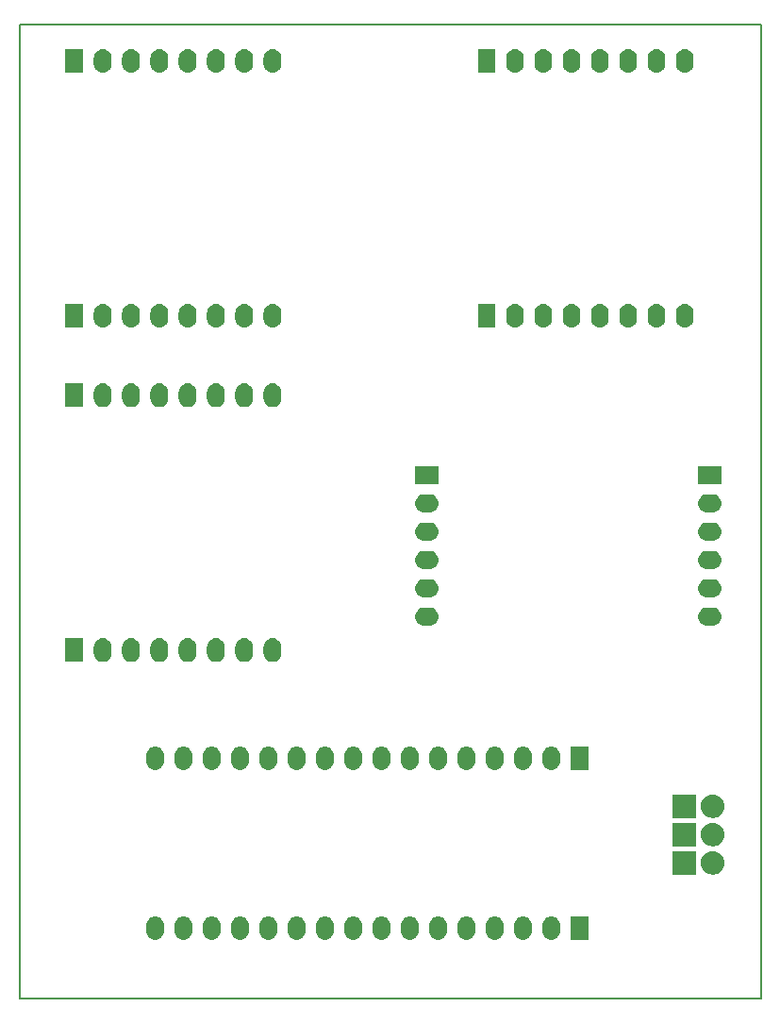
<source format=gbr>
%TF.GenerationSoftware,KiCad,Pcbnew,5.0.2+dfsg1-1*%
%TF.CreationDate,2020-04-12T10:59:42+02:00*%
%TF.ProjectId,fietslamp,66696574-736c-4616-9d70-2e6b69636164,rev?*%
%TF.SameCoordinates,Original*%
%TF.FileFunction,Soldermask,Bot*%
%TF.FilePolarity,Negative*%
%FSLAX46Y46*%
G04 Gerber Fmt 4.6, Leading zero omitted, Abs format (unit mm)*
G04 Created by KiCad (PCBNEW 5.0.2+dfsg1-1) date zo 12 apr 2020 10:59:42 CEST*
%MOMM*%
%LPD*%
G01*
G04 APERTURE LIST*
%ADD10C,0.150000*%
G04 APERTURE END LIST*
D10*
X74168000Y-41656000D02*
X140716000Y-41656000D01*
X74168000Y-129032000D02*
X74168000Y-41656000D01*
X140716000Y-129032000D02*
X74168000Y-129032000D01*
X140716000Y-41656000D02*
X140716000Y-129032000D01*
G36*
X86517025Y-121642590D02*
X86668012Y-121688392D01*
X86807165Y-121762770D01*
X86929133Y-121862867D01*
X87029230Y-121984835D01*
X87103608Y-122123988D01*
X87149410Y-122274975D01*
X87161000Y-122392654D01*
X87161000Y-122971346D01*
X87149410Y-123089025D01*
X87103608Y-123240012D01*
X87029230Y-123379165D01*
X86929136Y-123501130D01*
X86929134Y-123501131D01*
X86929133Y-123501133D01*
X86929129Y-123501136D01*
X86807161Y-123601232D01*
X86668011Y-123675608D01*
X86517024Y-123721410D01*
X86360000Y-123736875D01*
X86202975Y-123721410D01*
X86051988Y-123675608D01*
X85912835Y-123601230D01*
X85790870Y-123501136D01*
X85790869Y-123501134D01*
X85790867Y-123501133D01*
X85740819Y-123440149D01*
X85690768Y-123379161D01*
X85616392Y-123240011D01*
X85570590Y-123089024D01*
X85559000Y-122971345D01*
X85559000Y-122392654D01*
X85570590Y-122274975D01*
X85593491Y-122199482D01*
X85616392Y-122123988D01*
X85690771Y-121984835D01*
X85790868Y-121862867D01*
X85912836Y-121762770D01*
X86051989Y-121688392D01*
X86202976Y-121642590D01*
X86360000Y-121627125D01*
X86517025Y-121642590D01*
X86517025Y-121642590D01*
G37*
G36*
X89057025Y-121642590D02*
X89208012Y-121688392D01*
X89347165Y-121762770D01*
X89469133Y-121862867D01*
X89569230Y-121984835D01*
X89643608Y-122123988D01*
X89689410Y-122274975D01*
X89701000Y-122392654D01*
X89701000Y-122971346D01*
X89689410Y-123089025D01*
X89643608Y-123240012D01*
X89569230Y-123379165D01*
X89469136Y-123501130D01*
X89469134Y-123501131D01*
X89469133Y-123501133D01*
X89469129Y-123501136D01*
X89347161Y-123601232D01*
X89208011Y-123675608D01*
X89057024Y-123721410D01*
X88900000Y-123736875D01*
X88742975Y-123721410D01*
X88591988Y-123675608D01*
X88452835Y-123601230D01*
X88330870Y-123501136D01*
X88330869Y-123501134D01*
X88330867Y-123501133D01*
X88280819Y-123440149D01*
X88230768Y-123379161D01*
X88156392Y-123240011D01*
X88110590Y-123089024D01*
X88099000Y-122971345D01*
X88099000Y-122392654D01*
X88110590Y-122274975D01*
X88133491Y-122199482D01*
X88156392Y-122123988D01*
X88230771Y-121984835D01*
X88330868Y-121862867D01*
X88452836Y-121762770D01*
X88591989Y-121688392D01*
X88742976Y-121642590D01*
X88900000Y-121627125D01*
X89057025Y-121642590D01*
X89057025Y-121642590D01*
G37*
G36*
X91597025Y-121642590D02*
X91748012Y-121688392D01*
X91887165Y-121762770D01*
X92009133Y-121862867D01*
X92109230Y-121984835D01*
X92183608Y-122123988D01*
X92229410Y-122274975D01*
X92241000Y-122392654D01*
X92241000Y-122971346D01*
X92229410Y-123089025D01*
X92183608Y-123240012D01*
X92109230Y-123379165D01*
X92009136Y-123501130D01*
X92009134Y-123501131D01*
X92009133Y-123501133D01*
X92009129Y-123501136D01*
X91887161Y-123601232D01*
X91748011Y-123675608D01*
X91597024Y-123721410D01*
X91440000Y-123736875D01*
X91282975Y-123721410D01*
X91131988Y-123675608D01*
X90992835Y-123601230D01*
X90870870Y-123501136D01*
X90870869Y-123501134D01*
X90870867Y-123501133D01*
X90820819Y-123440149D01*
X90770768Y-123379161D01*
X90696392Y-123240011D01*
X90650590Y-123089024D01*
X90639000Y-122971345D01*
X90639000Y-122392654D01*
X90650590Y-122274975D01*
X90673491Y-122199482D01*
X90696392Y-122123988D01*
X90770771Y-121984835D01*
X90870868Y-121862867D01*
X90992836Y-121762770D01*
X91131989Y-121688392D01*
X91282976Y-121642590D01*
X91440000Y-121627125D01*
X91597025Y-121642590D01*
X91597025Y-121642590D01*
G37*
G36*
X94137025Y-121642590D02*
X94288012Y-121688392D01*
X94427165Y-121762770D01*
X94549133Y-121862867D01*
X94649230Y-121984835D01*
X94723608Y-122123988D01*
X94769410Y-122274975D01*
X94781000Y-122392654D01*
X94781000Y-122971346D01*
X94769410Y-123089025D01*
X94723608Y-123240012D01*
X94649230Y-123379165D01*
X94549136Y-123501130D01*
X94549134Y-123501131D01*
X94549133Y-123501133D01*
X94549129Y-123501136D01*
X94427161Y-123601232D01*
X94288011Y-123675608D01*
X94137024Y-123721410D01*
X93980000Y-123736875D01*
X93822975Y-123721410D01*
X93671988Y-123675608D01*
X93532835Y-123601230D01*
X93410870Y-123501136D01*
X93410869Y-123501134D01*
X93410867Y-123501133D01*
X93360819Y-123440149D01*
X93310768Y-123379161D01*
X93236392Y-123240011D01*
X93190590Y-123089024D01*
X93179000Y-122971345D01*
X93179000Y-122392654D01*
X93190590Y-122274975D01*
X93213491Y-122199482D01*
X93236392Y-122123988D01*
X93310771Y-121984835D01*
X93410868Y-121862867D01*
X93532836Y-121762770D01*
X93671989Y-121688392D01*
X93822976Y-121642590D01*
X93980000Y-121627125D01*
X94137025Y-121642590D01*
X94137025Y-121642590D01*
G37*
G36*
X96677025Y-121642590D02*
X96828012Y-121688392D01*
X96967165Y-121762770D01*
X97089133Y-121862867D01*
X97189230Y-121984835D01*
X97263608Y-122123988D01*
X97309410Y-122274975D01*
X97321000Y-122392654D01*
X97321000Y-122971346D01*
X97309410Y-123089025D01*
X97263608Y-123240012D01*
X97189230Y-123379165D01*
X97089136Y-123501130D01*
X97089134Y-123501131D01*
X97089133Y-123501133D01*
X97089129Y-123501136D01*
X96967161Y-123601232D01*
X96828011Y-123675608D01*
X96677024Y-123721410D01*
X96520000Y-123736875D01*
X96362975Y-123721410D01*
X96211988Y-123675608D01*
X96072835Y-123601230D01*
X95950870Y-123501136D01*
X95950869Y-123501134D01*
X95950867Y-123501133D01*
X95900819Y-123440149D01*
X95850768Y-123379161D01*
X95776392Y-123240011D01*
X95730590Y-123089024D01*
X95719000Y-122971345D01*
X95719000Y-122392654D01*
X95730590Y-122274975D01*
X95753491Y-122199482D01*
X95776392Y-122123988D01*
X95850771Y-121984835D01*
X95950868Y-121862867D01*
X96072836Y-121762770D01*
X96211989Y-121688392D01*
X96362976Y-121642590D01*
X96520000Y-121627125D01*
X96677025Y-121642590D01*
X96677025Y-121642590D01*
G37*
G36*
X99217025Y-121642590D02*
X99368012Y-121688392D01*
X99507165Y-121762770D01*
X99629133Y-121862867D01*
X99729230Y-121984835D01*
X99803608Y-122123988D01*
X99849410Y-122274975D01*
X99861000Y-122392654D01*
X99861000Y-122971346D01*
X99849410Y-123089025D01*
X99803608Y-123240012D01*
X99729230Y-123379165D01*
X99629136Y-123501130D01*
X99629134Y-123501131D01*
X99629133Y-123501133D01*
X99629129Y-123501136D01*
X99507161Y-123601232D01*
X99368011Y-123675608D01*
X99217024Y-123721410D01*
X99060000Y-123736875D01*
X98902975Y-123721410D01*
X98751988Y-123675608D01*
X98612835Y-123601230D01*
X98490870Y-123501136D01*
X98490869Y-123501134D01*
X98490867Y-123501133D01*
X98440819Y-123440149D01*
X98390768Y-123379161D01*
X98316392Y-123240011D01*
X98270590Y-123089024D01*
X98259000Y-122971345D01*
X98259000Y-122392654D01*
X98270590Y-122274975D01*
X98293491Y-122199482D01*
X98316392Y-122123988D01*
X98390771Y-121984835D01*
X98490868Y-121862867D01*
X98612836Y-121762770D01*
X98751989Y-121688392D01*
X98902976Y-121642590D01*
X99060000Y-121627125D01*
X99217025Y-121642590D01*
X99217025Y-121642590D01*
G37*
G36*
X101757025Y-121642590D02*
X101908012Y-121688392D01*
X102047165Y-121762770D01*
X102169133Y-121862867D01*
X102269230Y-121984835D01*
X102343608Y-122123988D01*
X102389410Y-122274975D01*
X102401000Y-122392654D01*
X102401000Y-122971346D01*
X102389410Y-123089025D01*
X102343608Y-123240012D01*
X102269230Y-123379165D01*
X102169136Y-123501130D01*
X102169134Y-123501131D01*
X102169133Y-123501133D01*
X102169129Y-123501136D01*
X102047161Y-123601232D01*
X101908011Y-123675608D01*
X101757024Y-123721410D01*
X101600000Y-123736875D01*
X101442975Y-123721410D01*
X101291988Y-123675608D01*
X101152835Y-123601230D01*
X101030870Y-123501136D01*
X101030869Y-123501134D01*
X101030867Y-123501133D01*
X100980819Y-123440149D01*
X100930768Y-123379161D01*
X100856392Y-123240011D01*
X100810590Y-123089024D01*
X100799000Y-122971345D01*
X100799000Y-122392654D01*
X100810590Y-122274975D01*
X100833491Y-122199482D01*
X100856392Y-122123988D01*
X100930771Y-121984835D01*
X101030868Y-121862867D01*
X101152836Y-121762770D01*
X101291989Y-121688392D01*
X101442976Y-121642590D01*
X101600000Y-121627125D01*
X101757025Y-121642590D01*
X101757025Y-121642590D01*
G37*
G36*
X104297025Y-121642590D02*
X104448012Y-121688392D01*
X104587165Y-121762770D01*
X104709133Y-121862867D01*
X104809230Y-121984835D01*
X104883608Y-122123988D01*
X104929410Y-122274975D01*
X104941000Y-122392654D01*
X104941000Y-122971346D01*
X104929410Y-123089025D01*
X104883608Y-123240012D01*
X104809230Y-123379165D01*
X104709136Y-123501130D01*
X104709134Y-123501131D01*
X104709133Y-123501133D01*
X104709129Y-123501136D01*
X104587161Y-123601232D01*
X104448011Y-123675608D01*
X104297024Y-123721410D01*
X104140000Y-123736875D01*
X103982975Y-123721410D01*
X103831988Y-123675608D01*
X103692835Y-123601230D01*
X103570870Y-123501136D01*
X103570869Y-123501134D01*
X103570867Y-123501133D01*
X103520819Y-123440149D01*
X103470768Y-123379161D01*
X103396392Y-123240011D01*
X103350590Y-123089024D01*
X103339000Y-122971345D01*
X103339000Y-122392654D01*
X103350590Y-122274975D01*
X103373491Y-122199482D01*
X103396392Y-122123988D01*
X103470771Y-121984835D01*
X103570868Y-121862867D01*
X103692836Y-121762770D01*
X103831989Y-121688392D01*
X103982976Y-121642590D01*
X104140000Y-121627125D01*
X104297025Y-121642590D01*
X104297025Y-121642590D01*
G37*
G36*
X109377025Y-121642590D02*
X109528012Y-121688392D01*
X109667165Y-121762770D01*
X109789133Y-121862867D01*
X109889230Y-121984835D01*
X109963608Y-122123988D01*
X110009410Y-122274975D01*
X110021000Y-122392654D01*
X110021000Y-122971346D01*
X110009410Y-123089025D01*
X109963608Y-123240012D01*
X109889230Y-123379165D01*
X109789136Y-123501130D01*
X109789134Y-123501131D01*
X109789133Y-123501133D01*
X109789129Y-123501136D01*
X109667161Y-123601232D01*
X109528011Y-123675608D01*
X109377024Y-123721410D01*
X109220000Y-123736875D01*
X109062975Y-123721410D01*
X108911988Y-123675608D01*
X108772835Y-123601230D01*
X108650870Y-123501136D01*
X108650869Y-123501134D01*
X108650867Y-123501133D01*
X108600819Y-123440149D01*
X108550768Y-123379161D01*
X108476392Y-123240011D01*
X108430590Y-123089024D01*
X108419000Y-122971345D01*
X108419000Y-122392654D01*
X108430590Y-122274975D01*
X108453491Y-122199482D01*
X108476392Y-122123988D01*
X108550771Y-121984835D01*
X108650868Y-121862867D01*
X108772836Y-121762770D01*
X108911989Y-121688392D01*
X109062976Y-121642590D01*
X109220000Y-121627125D01*
X109377025Y-121642590D01*
X109377025Y-121642590D01*
G37*
G36*
X111917025Y-121642590D02*
X112068012Y-121688392D01*
X112207165Y-121762770D01*
X112329133Y-121862867D01*
X112429230Y-121984835D01*
X112503608Y-122123988D01*
X112549410Y-122274975D01*
X112561000Y-122392654D01*
X112561000Y-122971346D01*
X112549410Y-123089025D01*
X112503608Y-123240012D01*
X112429230Y-123379165D01*
X112329136Y-123501130D01*
X112329134Y-123501131D01*
X112329133Y-123501133D01*
X112329129Y-123501136D01*
X112207161Y-123601232D01*
X112068011Y-123675608D01*
X111917024Y-123721410D01*
X111760000Y-123736875D01*
X111602975Y-123721410D01*
X111451988Y-123675608D01*
X111312835Y-123601230D01*
X111190870Y-123501136D01*
X111190869Y-123501134D01*
X111190867Y-123501133D01*
X111140819Y-123440149D01*
X111090768Y-123379161D01*
X111016392Y-123240011D01*
X110970590Y-123089024D01*
X110959000Y-122971345D01*
X110959000Y-122392654D01*
X110970590Y-122274975D01*
X110993491Y-122199482D01*
X111016392Y-122123988D01*
X111090771Y-121984835D01*
X111190868Y-121862867D01*
X111312836Y-121762770D01*
X111451989Y-121688392D01*
X111602976Y-121642590D01*
X111760000Y-121627125D01*
X111917025Y-121642590D01*
X111917025Y-121642590D01*
G37*
G36*
X114457025Y-121642590D02*
X114608012Y-121688392D01*
X114747165Y-121762770D01*
X114869133Y-121862867D01*
X114969230Y-121984835D01*
X115043608Y-122123988D01*
X115089410Y-122274975D01*
X115101000Y-122392654D01*
X115101000Y-122971346D01*
X115089410Y-123089025D01*
X115043608Y-123240012D01*
X114969230Y-123379165D01*
X114869136Y-123501130D01*
X114869134Y-123501131D01*
X114869133Y-123501133D01*
X114869129Y-123501136D01*
X114747161Y-123601232D01*
X114608011Y-123675608D01*
X114457024Y-123721410D01*
X114300000Y-123736875D01*
X114142975Y-123721410D01*
X113991988Y-123675608D01*
X113852835Y-123601230D01*
X113730870Y-123501136D01*
X113730869Y-123501134D01*
X113730867Y-123501133D01*
X113680819Y-123440149D01*
X113630768Y-123379161D01*
X113556392Y-123240011D01*
X113510590Y-123089024D01*
X113499000Y-122971345D01*
X113499000Y-122392654D01*
X113510590Y-122274975D01*
X113533491Y-122199482D01*
X113556392Y-122123988D01*
X113630771Y-121984835D01*
X113730868Y-121862867D01*
X113852836Y-121762770D01*
X113991989Y-121688392D01*
X114142976Y-121642590D01*
X114300000Y-121627125D01*
X114457025Y-121642590D01*
X114457025Y-121642590D01*
G37*
G36*
X116997025Y-121642590D02*
X117148012Y-121688392D01*
X117287165Y-121762770D01*
X117409133Y-121862867D01*
X117509230Y-121984835D01*
X117583608Y-122123988D01*
X117629410Y-122274975D01*
X117641000Y-122392654D01*
X117641000Y-122971346D01*
X117629410Y-123089025D01*
X117583608Y-123240012D01*
X117509230Y-123379165D01*
X117409136Y-123501130D01*
X117409134Y-123501131D01*
X117409133Y-123501133D01*
X117409129Y-123501136D01*
X117287161Y-123601232D01*
X117148011Y-123675608D01*
X116997024Y-123721410D01*
X116840000Y-123736875D01*
X116682975Y-123721410D01*
X116531988Y-123675608D01*
X116392835Y-123601230D01*
X116270870Y-123501136D01*
X116270869Y-123501134D01*
X116270867Y-123501133D01*
X116220819Y-123440149D01*
X116170768Y-123379161D01*
X116096392Y-123240011D01*
X116050590Y-123089024D01*
X116039000Y-122971345D01*
X116039000Y-122392654D01*
X116050590Y-122274975D01*
X116073491Y-122199482D01*
X116096392Y-122123988D01*
X116170771Y-121984835D01*
X116270868Y-121862867D01*
X116392836Y-121762770D01*
X116531989Y-121688392D01*
X116682976Y-121642590D01*
X116840000Y-121627125D01*
X116997025Y-121642590D01*
X116997025Y-121642590D01*
G37*
G36*
X119537025Y-121642590D02*
X119688012Y-121688392D01*
X119827165Y-121762770D01*
X119949133Y-121862867D01*
X120049230Y-121984835D01*
X120123608Y-122123988D01*
X120169410Y-122274975D01*
X120181000Y-122392654D01*
X120181000Y-122971346D01*
X120169410Y-123089025D01*
X120123608Y-123240012D01*
X120049230Y-123379165D01*
X119949136Y-123501130D01*
X119949134Y-123501131D01*
X119949133Y-123501133D01*
X119949129Y-123501136D01*
X119827161Y-123601232D01*
X119688011Y-123675608D01*
X119537024Y-123721410D01*
X119380000Y-123736875D01*
X119222975Y-123721410D01*
X119071988Y-123675608D01*
X118932835Y-123601230D01*
X118810870Y-123501136D01*
X118810869Y-123501134D01*
X118810867Y-123501133D01*
X118760819Y-123440149D01*
X118710768Y-123379161D01*
X118636392Y-123240011D01*
X118590590Y-123089024D01*
X118579000Y-122971345D01*
X118579000Y-122392654D01*
X118590590Y-122274975D01*
X118613491Y-122199482D01*
X118636392Y-122123988D01*
X118710771Y-121984835D01*
X118810868Y-121862867D01*
X118932836Y-121762770D01*
X119071989Y-121688392D01*
X119222976Y-121642590D01*
X119380000Y-121627125D01*
X119537025Y-121642590D01*
X119537025Y-121642590D01*
G37*
G36*
X122077025Y-121642590D02*
X122228012Y-121688392D01*
X122367165Y-121762770D01*
X122489133Y-121862867D01*
X122589230Y-121984835D01*
X122663608Y-122123988D01*
X122709410Y-122274975D01*
X122721000Y-122392654D01*
X122721000Y-122971346D01*
X122709410Y-123089025D01*
X122663608Y-123240012D01*
X122589230Y-123379165D01*
X122489136Y-123501130D01*
X122489134Y-123501131D01*
X122489133Y-123501133D01*
X122489129Y-123501136D01*
X122367161Y-123601232D01*
X122228011Y-123675608D01*
X122077024Y-123721410D01*
X121920000Y-123736875D01*
X121762975Y-123721410D01*
X121611988Y-123675608D01*
X121472835Y-123601230D01*
X121350870Y-123501136D01*
X121350869Y-123501134D01*
X121350867Y-123501133D01*
X121300819Y-123440149D01*
X121250768Y-123379161D01*
X121176392Y-123240011D01*
X121130590Y-123089024D01*
X121119000Y-122971345D01*
X121119000Y-122392654D01*
X121130590Y-122274975D01*
X121153491Y-122199482D01*
X121176392Y-122123988D01*
X121250771Y-121984835D01*
X121350868Y-121862867D01*
X121472836Y-121762770D01*
X121611989Y-121688392D01*
X121762976Y-121642590D01*
X121920000Y-121627125D01*
X122077025Y-121642590D01*
X122077025Y-121642590D01*
G37*
G36*
X106837025Y-121642590D02*
X106988012Y-121688392D01*
X107127165Y-121762770D01*
X107249133Y-121862867D01*
X107349230Y-121984835D01*
X107423608Y-122123988D01*
X107469410Y-122274975D01*
X107481000Y-122392654D01*
X107481000Y-122971346D01*
X107469410Y-123089025D01*
X107423608Y-123240012D01*
X107349230Y-123379165D01*
X107249136Y-123501130D01*
X107249134Y-123501131D01*
X107249133Y-123501133D01*
X107249129Y-123501136D01*
X107127161Y-123601232D01*
X106988011Y-123675608D01*
X106837024Y-123721410D01*
X106680000Y-123736875D01*
X106522975Y-123721410D01*
X106371988Y-123675608D01*
X106232835Y-123601230D01*
X106110870Y-123501136D01*
X106110869Y-123501134D01*
X106110867Y-123501133D01*
X106060819Y-123440149D01*
X106010768Y-123379161D01*
X105936392Y-123240011D01*
X105890590Y-123089024D01*
X105879000Y-122971345D01*
X105879000Y-122392654D01*
X105890590Y-122274975D01*
X105913491Y-122199482D01*
X105936392Y-122123988D01*
X106010771Y-121984835D01*
X106110868Y-121862867D01*
X106232836Y-121762770D01*
X106371989Y-121688392D01*
X106522976Y-121642590D01*
X106680000Y-121627125D01*
X106837025Y-121642590D01*
X106837025Y-121642590D01*
G37*
G36*
X125261000Y-123733000D02*
X123659000Y-123733000D01*
X123659000Y-121631000D01*
X125261000Y-121631000D01*
X125261000Y-123733000D01*
X125261000Y-123733000D01*
G37*
G36*
X136480510Y-115792041D02*
X136604032Y-115804207D01*
X136802146Y-115864305D01*
X136984729Y-115961897D01*
X137144765Y-116093235D01*
X137276103Y-116253271D01*
X137373695Y-116435854D01*
X137433793Y-116633968D01*
X137454085Y-116840000D01*
X137433793Y-117046032D01*
X137373695Y-117244146D01*
X137276103Y-117426729D01*
X137144765Y-117586765D01*
X136984729Y-117718103D01*
X136802146Y-117815695D01*
X136604032Y-117875793D01*
X136480510Y-117887959D01*
X136449631Y-117891000D01*
X136346369Y-117891000D01*
X136315490Y-117887959D01*
X136191968Y-117875793D01*
X135993854Y-117815695D01*
X135811271Y-117718103D01*
X135651235Y-117586765D01*
X135519897Y-117426729D01*
X135422305Y-117244146D01*
X135362207Y-117046032D01*
X135341915Y-116840000D01*
X135362207Y-116633968D01*
X135422305Y-116435854D01*
X135519897Y-116253271D01*
X135651235Y-116093235D01*
X135811271Y-115961897D01*
X135993854Y-115864305D01*
X136191968Y-115804207D01*
X136315490Y-115792041D01*
X136346369Y-115789000D01*
X136449631Y-115789000D01*
X136480510Y-115792041D01*
X136480510Y-115792041D01*
G37*
G36*
X134909000Y-117891000D02*
X132807000Y-117891000D01*
X132807000Y-115789000D01*
X134909000Y-115789000D01*
X134909000Y-117891000D01*
X134909000Y-117891000D01*
G37*
G36*
X134909000Y-115351000D02*
X132807000Y-115351000D01*
X132807000Y-113249000D01*
X134909000Y-113249000D01*
X134909000Y-115351000D01*
X134909000Y-115351000D01*
G37*
G36*
X136480510Y-113252041D02*
X136604032Y-113264207D01*
X136802146Y-113324305D01*
X136984729Y-113421897D01*
X137144765Y-113553235D01*
X137276103Y-113713271D01*
X137373695Y-113895854D01*
X137433793Y-114093968D01*
X137454085Y-114300000D01*
X137433793Y-114506032D01*
X137373695Y-114704146D01*
X137276103Y-114886729D01*
X137144765Y-115046765D01*
X136984729Y-115178103D01*
X136802146Y-115275695D01*
X136604032Y-115335793D01*
X136480510Y-115347959D01*
X136449631Y-115351000D01*
X136346369Y-115351000D01*
X136315490Y-115347959D01*
X136191968Y-115335793D01*
X135993854Y-115275695D01*
X135811271Y-115178103D01*
X135651235Y-115046765D01*
X135519897Y-114886729D01*
X135422305Y-114704146D01*
X135362207Y-114506032D01*
X135341915Y-114300000D01*
X135362207Y-114093968D01*
X135422305Y-113895854D01*
X135519897Y-113713271D01*
X135651235Y-113553235D01*
X135811271Y-113421897D01*
X135993854Y-113324305D01*
X136191968Y-113264207D01*
X136315490Y-113252041D01*
X136346369Y-113249000D01*
X136449631Y-113249000D01*
X136480510Y-113252041D01*
X136480510Y-113252041D01*
G37*
G36*
X134909000Y-112811000D02*
X132807000Y-112811000D01*
X132807000Y-110709000D01*
X134909000Y-110709000D01*
X134909000Y-112811000D01*
X134909000Y-112811000D01*
G37*
G36*
X136480510Y-110712041D02*
X136604032Y-110724207D01*
X136802146Y-110784305D01*
X136984729Y-110881897D01*
X137144765Y-111013235D01*
X137276103Y-111173271D01*
X137373695Y-111355854D01*
X137433793Y-111553968D01*
X137454085Y-111760000D01*
X137433793Y-111966032D01*
X137373695Y-112164146D01*
X137276103Y-112346729D01*
X137144765Y-112506765D01*
X136984729Y-112638103D01*
X136802146Y-112735695D01*
X136604032Y-112795793D01*
X136480510Y-112807959D01*
X136449631Y-112811000D01*
X136346369Y-112811000D01*
X136315490Y-112807959D01*
X136191968Y-112795793D01*
X135993854Y-112735695D01*
X135811271Y-112638103D01*
X135651235Y-112506765D01*
X135519897Y-112346729D01*
X135422305Y-112164146D01*
X135362207Y-111966032D01*
X135341915Y-111760000D01*
X135362207Y-111553968D01*
X135422305Y-111355854D01*
X135519897Y-111173271D01*
X135651235Y-111013235D01*
X135811271Y-110881897D01*
X135993854Y-110784305D01*
X136191968Y-110724207D01*
X136315490Y-110712041D01*
X136346369Y-110709000D01*
X136449631Y-110709000D01*
X136480510Y-110712041D01*
X136480510Y-110712041D01*
G37*
G36*
X99217025Y-106402590D02*
X99368012Y-106448392D01*
X99507165Y-106522770D01*
X99629133Y-106622867D01*
X99729230Y-106744835D01*
X99803608Y-106883988D01*
X99849410Y-107034975D01*
X99861000Y-107152654D01*
X99861000Y-107731346D01*
X99849410Y-107849025D01*
X99803608Y-108000012D01*
X99729230Y-108139165D01*
X99629136Y-108261130D01*
X99629134Y-108261131D01*
X99629133Y-108261133D01*
X99629129Y-108261136D01*
X99507161Y-108361232D01*
X99368011Y-108435608D01*
X99217024Y-108481410D01*
X99060000Y-108496875D01*
X98902975Y-108481410D01*
X98751988Y-108435608D01*
X98612835Y-108361230D01*
X98490870Y-108261136D01*
X98490869Y-108261134D01*
X98490867Y-108261133D01*
X98440819Y-108200149D01*
X98390768Y-108139161D01*
X98316392Y-108000011D01*
X98270590Y-107849024D01*
X98259000Y-107731345D01*
X98259000Y-107152654D01*
X98270590Y-107034975D01*
X98293491Y-106959483D01*
X98316392Y-106883988D01*
X98390771Y-106744835D01*
X98490868Y-106622867D01*
X98612836Y-106522770D01*
X98751989Y-106448392D01*
X98902976Y-106402590D01*
X99060000Y-106387125D01*
X99217025Y-106402590D01*
X99217025Y-106402590D01*
G37*
G36*
X119537025Y-106402590D02*
X119688012Y-106448392D01*
X119827165Y-106522770D01*
X119949133Y-106622867D01*
X120049230Y-106744835D01*
X120123608Y-106883988D01*
X120169410Y-107034975D01*
X120181000Y-107152654D01*
X120181000Y-107731346D01*
X120169410Y-107849025D01*
X120123608Y-108000012D01*
X120049230Y-108139165D01*
X119949136Y-108261130D01*
X119949134Y-108261131D01*
X119949133Y-108261133D01*
X119949129Y-108261136D01*
X119827161Y-108361232D01*
X119688011Y-108435608D01*
X119537024Y-108481410D01*
X119380000Y-108496875D01*
X119222975Y-108481410D01*
X119071988Y-108435608D01*
X118932835Y-108361230D01*
X118810870Y-108261136D01*
X118810869Y-108261134D01*
X118810867Y-108261133D01*
X118760819Y-108200149D01*
X118710768Y-108139161D01*
X118636392Y-108000011D01*
X118590590Y-107849024D01*
X118579000Y-107731345D01*
X118579000Y-107152654D01*
X118590590Y-107034975D01*
X118613491Y-106959483D01*
X118636392Y-106883988D01*
X118710771Y-106744835D01*
X118810868Y-106622867D01*
X118932836Y-106522770D01*
X119071989Y-106448392D01*
X119222976Y-106402590D01*
X119380000Y-106387125D01*
X119537025Y-106402590D01*
X119537025Y-106402590D01*
G37*
G36*
X116997025Y-106402590D02*
X117148012Y-106448392D01*
X117287165Y-106522770D01*
X117409133Y-106622867D01*
X117509230Y-106744835D01*
X117583608Y-106883988D01*
X117629410Y-107034975D01*
X117641000Y-107152654D01*
X117641000Y-107731346D01*
X117629410Y-107849025D01*
X117583608Y-108000012D01*
X117509230Y-108139165D01*
X117409136Y-108261130D01*
X117409134Y-108261131D01*
X117409133Y-108261133D01*
X117409129Y-108261136D01*
X117287161Y-108361232D01*
X117148011Y-108435608D01*
X116997024Y-108481410D01*
X116840000Y-108496875D01*
X116682975Y-108481410D01*
X116531988Y-108435608D01*
X116392835Y-108361230D01*
X116270870Y-108261136D01*
X116270869Y-108261134D01*
X116270867Y-108261133D01*
X116220819Y-108200149D01*
X116170768Y-108139161D01*
X116096392Y-108000011D01*
X116050590Y-107849024D01*
X116039000Y-107731345D01*
X116039000Y-107152654D01*
X116050590Y-107034975D01*
X116073491Y-106959483D01*
X116096392Y-106883988D01*
X116170771Y-106744835D01*
X116270868Y-106622867D01*
X116392836Y-106522770D01*
X116531989Y-106448392D01*
X116682976Y-106402590D01*
X116840000Y-106387125D01*
X116997025Y-106402590D01*
X116997025Y-106402590D01*
G37*
G36*
X114457025Y-106402590D02*
X114608012Y-106448392D01*
X114747165Y-106522770D01*
X114869133Y-106622867D01*
X114969230Y-106744835D01*
X115043608Y-106883988D01*
X115089410Y-107034975D01*
X115101000Y-107152654D01*
X115101000Y-107731346D01*
X115089410Y-107849025D01*
X115043608Y-108000012D01*
X114969230Y-108139165D01*
X114869136Y-108261130D01*
X114869134Y-108261131D01*
X114869133Y-108261133D01*
X114869129Y-108261136D01*
X114747161Y-108361232D01*
X114608011Y-108435608D01*
X114457024Y-108481410D01*
X114300000Y-108496875D01*
X114142975Y-108481410D01*
X113991988Y-108435608D01*
X113852835Y-108361230D01*
X113730870Y-108261136D01*
X113730869Y-108261134D01*
X113730867Y-108261133D01*
X113680819Y-108200149D01*
X113630768Y-108139161D01*
X113556392Y-108000011D01*
X113510590Y-107849024D01*
X113499000Y-107731345D01*
X113499000Y-107152654D01*
X113510590Y-107034975D01*
X113533491Y-106959483D01*
X113556392Y-106883988D01*
X113630771Y-106744835D01*
X113730868Y-106622867D01*
X113852836Y-106522770D01*
X113991989Y-106448392D01*
X114142976Y-106402590D01*
X114300000Y-106387125D01*
X114457025Y-106402590D01*
X114457025Y-106402590D01*
G37*
G36*
X111917025Y-106402590D02*
X112068012Y-106448392D01*
X112207165Y-106522770D01*
X112329133Y-106622867D01*
X112429230Y-106744835D01*
X112503608Y-106883988D01*
X112549410Y-107034975D01*
X112561000Y-107152654D01*
X112561000Y-107731346D01*
X112549410Y-107849025D01*
X112503608Y-108000012D01*
X112429230Y-108139165D01*
X112329136Y-108261130D01*
X112329134Y-108261131D01*
X112329133Y-108261133D01*
X112329129Y-108261136D01*
X112207161Y-108361232D01*
X112068011Y-108435608D01*
X111917024Y-108481410D01*
X111760000Y-108496875D01*
X111602975Y-108481410D01*
X111451988Y-108435608D01*
X111312835Y-108361230D01*
X111190870Y-108261136D01*
X111190869Y-108261134D01*
X111190867Y-108261133D01*
X111140819Y-108200149D01*
X111090768Y-108139161D01*
X111016392Y-108000011D01*
X110970590Y-107849024D01*
X110959000Y-107731345D01*
X110959000Y-107152654D01*
X110970590Y-107034975D01*
X110993491Y-106959483D01*
X111016392Y-106883988D01*
X111090771Y-106744835D01*
X111190868Y-106622867D01*
X111312836Y-106522770D01*
X111451989Y-106448392D01*
X111602976Y-106402590D01*
X111760000Y-106387125D01*
X111917025Y-106402590D01*
X111917025Y-106402590D01*
G37*
G36*
X109377025Y-106402590D02*
X109528012Y-106448392D01*
X109667165Y-106522770D01*
X109789133Y-106622867D01*
X109889230Y-106744835D01*
X109963608Y-106883988D01*
X110009410Y-107034975D01*
X110021000Y-107152654D01*
X110021000Y-107731346D01*
X110009410Y-107849025D01*
X109963608Y-108000012D01*
X109889230Y-108139165D01*
X109789136Y-108261130D01*
X109789134Y-108261131D01*
X109789133Y-108261133D01*
X109789129Y-108261136D01*
X109667161Y-108361232D01*
X109528011Y-108435608D01*
X109377024Y-108481410D01*
X109220000Y-108496875D01*
X109062975Y-108481410D01*
X108911988Y-108435608D01*
X108772835Y-108361230D01*
X108650870Y-108261136D01*
X108650869Y-108261134D01*
X108650867Y-108261133D01*
X108600819Y-108200149D01*
X108550768Y-108139161D01*
X108476392Y-108000011D01*
X108430590Y-107849024D01*
X108419000Y-107731345D01*
X108419000Y-107152654D01*
X108430590Y-107034975D01*
X108453491Y-106959483D01*
X108476392Y-106883988D01*
X108550771Y-106744835D01*
X108650868Y-106622867D01*
X108772836Y-106522770D01*
X108911989Y-106448392D01*
X109062976Y-106402590D01*
X109220000Y-106387125D01*
X109377025Y-106402590D01*
X109377025Y-106402590D01*
G37*
G36*
X106837025Y-106402590D02*
X106988012Y-106448392D01*
X107127165Y-106522770D01*
X107249133Y-106622867D01*
X107349230Y-106744835D01*
X107423608Y-106883988D01*
X107469410Y-107034975D01*
X107481000Y-107152654D01*
X107481000Y-107731346D01*
X107469410Y-107849025D01*
X107423608Y-108000012D01*
X107349230Y-108139165D01*
X107249136Y-108261130D01*
X107249134Y-108261131D01*
X107249133Y-108261133D01*
X107249129Y-108261136D01*
X107127161Y-108361232D01*
X106988011Y-108435608D01*
X106837024Y-108481410D01*
X106680000Y-108496875D01*
X106522975Y-108481410D01*
X106371988Y-108435608D01*
X106232835Y-108361230D01*
X106110870Y-108261136D01*
X106110869Y-108261134D01*
X106110867Y-108261133D01*
X106060819Y-108200149D01*
X106010768Y-108139161D01*
X105936392Y-108000011D01*
X105890590Y-107849024D01*
X105879000Y-107731345D01*
X105879000Y-107152654D01*
X105890590Y-107034975D01*
X105913491Y-106959483D01*
X105936392Y-106883988D01*
X106010771Y-106744835D01*
X106110868Y-106622867D01*
X106232836Y-106522770D01*
X106371989Y-106448392D01*
X106522976Y-106402590D01*
X106680000Y-106387125D01*
X106837025Y-106402590D01*
X106837025Y-106402590D01*
G37*
G36*
X104297025Y-106402590D02*
X104448012Y-106448392D01*
X104587165Y-106522770D01*
X104709133Y-106622867D01*
X104809230Y-106744835D01*
X104883608Y-106883988D01*
X104929410Y-107034975D01*
X104941000Y-107152654D01*
X104941000Y-107731346D01*
X104929410Y-107849025D01*
X104883608Y-108000012D01*
X104809230Y-108139165D01*
X104709136Y-108261130D01*
X104709134Y-108261131D01*
X104709133Y-108261133D01*
X104709129Y-108261136D01*
X104587161Y-108361232D01*
X104448011Y-108435608D01*
X104297024Y-108481410D01*
X104140000Y-108496875D01*
X103982975Y-108481410D01*
X103831988Y-108435608D01*
X103692835Y-108361230D01*
X103570870Y-108261136D01*
X103570869Y-108261134D01*
X103570867Y-108261133D01*
X103520819Y-108200149D01*
X103470768Y-108139161D01*
X103396392Y-108000011D01*
X103350590Y-107849024D01*
X103339000Y-107731345D01*
X103339000Y-107152654D01*
X103350590Y-107034975D01*
X103373491Y-106959483D01*
X103396392Y-106883988D01*
X103470771Y-106744835D01*
X103570868Y-106622867D01*
X103692836Y-106522770D01*
X103831989Y-106448392D01*
X103982976Y-106402590D01*
X104140000Y-106387125D01*
X104297025Y-106402590D01*
X104297025Y-106402590D01*
G37*
G36*
X122077025Y-106402590D02*
X122228012Y-106448392D01*
X122367165Y-106522770D01*
X122489133Y-106622867D01*
X122589230Y-106744835D01*
X122663608Y-106883988D01*
X122709410Y-107034975D01*
X122721000Y-107152654D01*
X122721000Y-107731346D01*
X122709410Y-107849025D01*
X122663608Y-108000012D01*
X122589230Y-108139165D01*
X122489136Y-108261130D01*
X122489134Y-108261131D01*
X122489133Y-108261133D01*
X122489129Y-108261136D01*
X122367161Y-108361232D01*
X122228011Y-108435608D01*
X122077024Y-108481410D01*
X121920000Y-108496875D01*
X121762975Y-108481410D01*
X121611988Y-108435608D01*
X121472835Y-108361230D01*
X121350870Y-108261136D01*
X121350869Y-108261134D01*
X121350867Y-108261133D01*
X121300819Y-108200149D01*
X121250768Y-108139161D01*
X121176392Y-108000011D01*
X121130590Y-107849024D01*
X121119000Y-107731345D01*
X121119000Y-107152654D01*
X121130590Y-107034975D01*
X121153491Y-106959483D01*
X121176392Y-106883988D01*
X121250771Y-106744835D01*
X121350868Y-106622867D01*
X121472836Y-106522770D01*
X121611989Y-106448392D01*
X121762976Y-106402590D01*
X121920000Y-106387125D01*
X122077025Y-106402590D01*
X122077025Y-106402590D01*
G37*
G36*
X96677025Y-106402590D02*
X96828012Y-106448392D01*
X96967165Y-106522770D01*
X97089133Y-106622867D01*
X97189230Y-106744835D01*
X97263608Y-106883988D01*
X97309410Y-107034975D01*
X97321000Y-107152654D01*
X97321000Y-107731346D01*
X97309410Y-107849025D01*
X97263608Y-108000012D01*
X97189230Y-108139165D01*
X97089136Y-108261130D01*
X97089134Y-108261131D01*
X97089133Y-108261133D01*
X97089129Y-108261136D01*
X96967161Y-108361232D01*
X96828011Y-108435608D01*
X96677024Y-108481410D01*
X96520000Y-108496875D01*
X96362975Y-108481410D01*
X96211988Y-108435608D01*
X96072835Y-108361230D01*
X95950870Y-108261136D01*
X95950869Y-108261134D01*
X95950867Y-108261133D01*
X95900819Y-108200149D01*
X95850768Y-108139161D01*
X95776392Y-108000011D01*
X95730590Y-107849024D01*
X95719000Y-107731345D01*
X95719000Y-107152654D01*
X95730590Y-107034975D01*
X95753491Y-106959483D01*
X95776392Y-106883988D01*
X95850771Y-106744835D01*
X95950868Y-106622867D01*
X96072836Y-106522770D01*
X96211989Y-106448392D01*
X96362976Y-106402590D01*
X96520000Y-106387125D01*
X96677025Y-106402590D01*
X96677025Y-106402590D01*
G37*
G36*
X94137025Y-106402590D02*
X94288012Y-106448392D01*
X94427165Y-106522770D01*
X94549133Y-106622867D01*
X94649230Y-106744835D01*
X94723608Y-106883988D01*
X94769410Y-107034975D01*
X94781000Y-107152654D01*
X94781000Y-107731346D01*
X94769410Y-107849025D01*
X94723608Y-108000012D01*
X94649230Y-108139165D01*
X94549136Y-108261130D01*
X94549134Y-108261131D01*
X94549133Y-108261133D01*
X94549129Y-108261136D01*
X94427161Y-108361232D01*
X94288011Y-108435608D01*
X94137024Y-108481410D01*
X93980000Y-108496875D01*
X93822975Y-108481410D01*
X93671988Y-108435608D01*
X93532835Y-108361230D01*
X93410870Y-108261136D01*
X93410869Y-108261134D01*
X93410867Y-108261133D01*
X93360819Y-108200149D01*
X93310768Y-108139161D01*
X93236392Y-108000011D01*
X93190590Y-107849024D01*
X93179000Y-107731345D01*
X93179000Y-107152654D01*
X93190590Y-107034975D01*
X93213491Y-106959483D01*
X93236392Y-106883988D01*
X93310771Y-106744835D01*
X93410868Y-106622867D01*
X93532836Y-106522770D01*
X93671989Y-106448392D01*
X93822976Y-106402590D01*
X93980000Y-106387125D01*
X94137025Y-106402590D01*
X94137025Y-106402590D01*
G37*
G36*
X89057025Y-106402590D02*
X89208012Y-106448392D01*
X89347165Y-106522770D01*
X89469133Y-106622867D01*
X89569230Y-106744835D01*
X89643608Y-106883988D01*
X89689410Y-107034975D01*
X89701000Y-107152654D01*
X89701000Y-107731346D01*
X89689410Y-107849025D01*
X89643608Y-108000012D01*
X89569230Y-108139165D01*
X89469136Y-108261130D01*
X89469134Y-108261131D01*
X89469133Y-108261133D01*
X89469129Y-108261136D01*
X89347161Y-108361232D01*
X89208011Y-108435608D01*
X89057024Y-108481410D01*
X88900000Y-108496875D01*
X88742975Y-108481410D01*
X88591988Y-108435608D01*
X88452835Y-108361230D01*
X88330870Y-108261136D01*
X88330869Y-108261134D01*
X88330867Y-108261133D01*
X88280819Y-108200149D01*
X88230768Y-108139161D01*
X88156392Y-108000011D01*
X88110590Y-107849024D01*
X88099000Y-107731345D01*
X88099000Y-107152654D01*
X88110590Y-107034975D01*
X88133491Y-106959483D01*
X88156392Y-106883988D01*
X88230771Y-106744835D01*
X88330868Y-106622867D01*
X88452836Y-106522770D01*
X88591989Y-106448392D01*
X88742976Y-106402590D01*
X88900000Y-106387125D01*
X89057025Y-106402590D01*
X89057025Y-106402590D01*
G37*
G36*
X86517025Y-106402590D02*
X86668012Y-106448392D01*
X86807165Y-106522770D01*
X86929133Y-106622867D01*
X87029230Y-106744835D01*
X87103608Y-106883988D01*
X87149410Y-107034975D01*
X87161000Y-107152654D01*
X87161000Y-107731346D01*
X87149410Y-107849025D01*
X87103608Y-108000012D01*
X87029230Y-108139165D01*
X86929136Y-108261130D01*
X86929134Y-108261131D01*
X86929133Y-108261133D01*
X86929129Y-108261136D01*
X86807161Y-108361232D01*
X86668011Y-108435608D01*
X86517024Y-108481410D01*
X86360000Y-108496875D01*
X86202975Y-108481410D01*
X86051988Y-108435608D01*
X85912835Y-108361230D01*
X85790870Y-108261136D01*
X85790869Y-108261134D01*
X85790867Y-108261133D01*
X85740819Y-108200149D01*
X85690768Y-108139161D01*
X85616392Y-108000011D01*
X85570590Y-107849024D01*
X85559000Y-107731345D01*
X85559000Y-107152654D01*
X85570590Y-107034975D01*
X85593491Y-106959483D01*
X85616392Y-106883988D01*
X85690771Y-106744835D01*
X85790868Y-106622867D01*
X85912836Y-106522770D01*
X86051989Y-106448392D01*
X86202976Y-106402590D01*
X86360000Y-106387125D01*
X86517025Y-106402590D01*
X86517025Y-106402590D01*
G37*
G36*
X91597025Y-106402590D02*
X91748012Y-106448392D01*
X91887165Y-106522770D01*
X92009133Y-106622867D01*
X92109230Y-106744835D01*
X92183608Y-106883988D01*
X92229410Y-107034975D01*
X92241000Y-107152654D01*
X92241000Y-107731346D01*
X92229410Y-107849025D01*
X92183608Y-108000012D01*
X92109230Y-108139165D01*
X92009136Y-108261130D01*
X92009134Y-108261131D01*
X92009133Y-108261133D01*
X92009129Y-108261136D01*
X91887161Y-108361232D01*
X91748011Y-108435608D01*
X91597024Y-108481410D01*
X91440000Y-108496875D01*
X91282975Y-108481410D01*
X91131988Y-108435608D01*
X90992835Y-108361230D01*
X90870870Y-108261136D01*
X90870869Y-108261134D01*
X90870867Y-108261133D01*
X90820819Y-108200149D01*
X90770768Y-108139161D01*
X90696392Y-108000011D01*
X90650590Y-107849024D01*
X90639000Y-107731345D01*
X90639000Y-107152654D01*
X90650590Y-107034975D01*
X90673491Y-106959483D01*
X90696392Y-106883988D01*
X90770771Y-106744835D01*
X90870868Y-106622867D01*
X90992836Y-106522770D01*
X91131989Y-106448392D01*
X91282976Y-106402590D01*
X91440000Y-106387125D01*
X91597025Y-106402590D01*
X91597025Y-106402590D01*
G37*
G36*
X101757025Y-106402590D02*
X101908012Y-106448392D01*
X102047165Y-106522770D01*
X102169133Y-106622867D01*
X102269230Y-106744835D01*
X102343608Y-106883988D01*
X102389410Y-107034975D01*
X102401000Y-107152654D01*
X102401000Y-107731346D01*
X102389410Y-107849025D01*
X102343608Y-108000012D01*
X102269230Y-108139165D01*
X102169136Y-108261130D01*
X102169134Y-108261131D01*
X102169133Y-108261133D01*
X102169129Y-108261136D01*
X102047161Y-108361232D01*
X101908011Y-108435608D01*
X101757024Y-108481410D01*
X101600000Y-108496875D01*
X101442975Y-108481410D01*
X101291988Y-108435608D01*
X101152835Y-108361230D01*
X101030870Y-108261136D01*
X101030869Y-108261134D01*
X101030867Y-108261133D01*
X100980819Y-108200149D01*
X100930768Y-108139161D01*
X100856392Y-108000011D01*
X100810590Y-107849024D01*
X100799000Y-107731345D01*
X100799000Y-107152654D01*
X100810590Y-107034975D01*
X100833491Y-106959483D01*
X100856392Y-106883988D01*
X100930771Y-106744835D01*
X101030868Y-106622867D01*
X101152836Y-106522770D01*
X101291989Y-106448392D01*
X101442976Y-106402590D01*
X101600000Y-106387125D01*
X101757025Y-106402590D01*
X101757025Y-106402590D01*
G37*
G36*
X125261000Y-108493000D02*
X123659000Y-108493000D01*
X123659000Y-106391000D01*
X125261000Y-106391000D01*
X125261000Y-108493000D01*
X125261000Y-108493000D01*
G37*
G36*
X94507024Y-96708590D02*
X94658011Y-96754392D01*
X94797161Y-96828768D01*
X94858149Y-96878819D01*
X94919133Y-96928867D01*
X94919134Y-96928869D01*
X94919136Y-96928870D01*
X95019230Y-97050835D01*
X95093608Y-97189988D01*
X95139410Y-97340975D01*
X95151000Y-97458654D01*
X95151000Y-98037346D01*
X95139410Y-98155025D01*
X95093608Y-98306012D01*
X95019230Y-98445165D01*
X94919133Y-98567133D01*
X94797165Y-98667230D01*
X94658012Y-98741608D01*
X94507025Y-98787410D01*
X94350000Y-98802875D01*
X94192976Y-98787410D01*
X94041989Y-98741608D01*
X93902836Y-98667230D01*
X93780868Y-98567133D01*
X93680771Y-98445165D01*
X93606392Y-98306012D01*
X93583491Y-98230517D01*
X93560590Y-98155025D01*
X93549000Y-98037346D01*
X93549000Y-97458655D01*
X93560590Y-97340976D01*
X93606392Y-97189989D01*
X93680768Y-97050839D01*
X93780865Y-96928870D01*
X93780867Y-96928867D01*
X93780869Y-96928866D01*
X93780870Y-96928864D01*
X93902835Y-96828770D01*
X94041988Y-96754392D01*
X94192975Y-96708590D01*
X94350000Y-96693125D01*
X94507024Y-96708590D01*
X94507024Y-96708590D01*
G37*
G36*
X97047024Y-96708590D02*
X97198011Y-96754392D01*
X97337161Y-96828768D01*
X97398149Y-96878819D01*
X97459133Y-96928867D01*
X97459134Y-96928869D01*
X97459136Y-96928870D01*
X97559230Y-97050835D01*
X97633608Y-97189988D01*
X97679410Y-97340975D01*
X97691000Y-97458654D01*
X97691000Y-98037346D01*
X97679410Y-98155025D01*
X97633608Y-98306012D01*
X97559230Y-98445165D01*
X97459133Y-98567133D01*
X97337165Y-98667230D01*
X97198012Y-98741608D01*
X97047025Y-98787410D01*
X96890000Y-98802875D01*
X96732976Y-98787410D01*
X96581989Y-98741608D01*
X96442836Y-98667230D01*
X96320868Y-98567133D01*
X96220771Y-98445165D01*
X96146392Y-98306012D01*
X96123491Y-98230517D01*
X96100590Y-98155025D01*
X96089000Y-98037346D01*
X96089000Y-97458655D01*
X96100590Y-97340976D01*
X96146392Y-97189989D01*
X96220768Y-97050839D01*
X96320865Y-96928870D01*
X96320867Y-96928867D01*
X96320869Y-96928866D01*
X96320870Y-96928864D01*
X96442835Y-96828770D01*
X96581988Y-96754392D01*
X96732975Y-96708590D01*
X96890000Y-96693125D01*
X97047024Y-96708590D01*
X97047024Y-96708590D01*
G37*
G36*
X81807024Y-96708590D02*
X81958011Y-96754392D01*
X82097161Y-96828768D01*
X82158149Y-96878819D01*
X82219133Y-96928867D01*
X82219134Y-96928869D01*
X82219136Y-96928870D01*
X82319230Y-97050835D01*
X82393608Y-97189988D01*
X82439410Y-97340975D01*
X82451000Y-97458654D01*
X82451000Y-98037346D01*
X82439410Y-98155025D01*
X82393608Y-98306012D01*
X82319230Y-98445165D01*
X82219133Y-98567133D01*
X82097165Y-98667230D01*
X81958012Y-98741608D01*
X81807025Y-98787410D01*
X81650000Y-98802875D01*
X81492976Y-98787410D01*
X81341989Y-98741608D01*
X81202836Y-98667230D01*
X81080868Y-98567133D01*
X80980771Y-98445165D01*
X80906392Y-98306012D01*
X80883491Y-98230517D01*
X80860590Y-98155025D01*
X80849000Y-98037346D01*
X80849000Y-97458655D01*
X80860590Y-97340976D01*
X80906392Y-97189989D01*
X80980768Y-97050839D01*
X81080865Y-96928870D01*
X81080867Y-96928867D01*
X81080869Y-96928866D01*
X81080870Y-96928864D01*
X81202835Y-96828770D01*
X81341988Y-96754392D01*
X81492975Y-96708590D01*
X81650000Y-96693125D01*
X81807024Y-96708590D01*
X81807024Y-96708590D01*
G37*
G36*
X84347024Y-96708590D02*
X84498011Y-96754392D01*
X84637161Y-96828768D01*
X84698149Y-96878819D01*
X84759133Y-96928867D01*
X84759134Y-96928869D01*
X84759136Y-96928870D01*
X84859230Y-97050835D01*
X84933608Y-97189988D01*
X84979410Y-97340975D01*
X84991000Y-97458654D01*
X84991000Y-98037346D01*
X84979410Y-98155025D01*
X84933608Y-98306012D01*
X84859230Y-98445165D01*
X84759133Y-98567133D01*
X84637165Y-98667230D01*
X84498012Y-98741608D01*
X84347025Y-98787410D01*
X84190000Y-98802875D01*
X84032976Y-98787410D01*
X83881989Y-98741608D01*
X83742836Y-98667230D01*
X83620868Y-98567133D01*
X83520771Y-98445165D01*
X83446392Y-98306012D01*
X83423491Y-98230517D01*
X83400590Y-98155025D01*
X83389000Y-98037346D01*
X83389000Y-97458655D01*
X83400590Y-97340976D01*
X83446392Y-97189989D01*
X83520768Y-97050839D01*
X83620865Y-96928870D01*
X83620867Y-96928867D01*
X83620869Y-96928866D01*
X83620870Y-96928864D01*
X83742835Y-96828770D01*
X83881988Y-96754392D01*
X84032975Y-96708590D01*
X84190000Y-96693125D01*
X84347024Y-96708590D01*
X84347024Y-96708590D01*
G37*
G36*
X89427024Y-96708590D02*
X89578011Y-96754392D01*
X89717161Y-96828768D01*
X89778149Y-96878819D01*
X89839133Y-96928867D01*
X89839134Y-96928869D01*
X89839136Y-96928870D01*
X89939230Y-97050835D01*
X90013608Y-97189988D01*
X90059410Y-97340975D01*
X90071000Y-97458654D01*
X90071000Y-98037346D01*
X90059410Y-98155025D01*
X90013608Y-98306012D01*
X89939230Y-98445165D01*
X89839133Y-98567133D01*
X89717165Y-98667230D01*
X89578012Y-98741608D01*
X89427025Y-98787410D01*
X89270000Y-98802875D01*
X89112976Y-98787410D01*
X88961989Y-98741608D01*
X88822836Y-98667230D01*
X88700868Y-98567133D01*
X88600771Y-98445165D01*
X88526392Y-98306012D01*
X88503491Y-98230517D01*
X88480590Y-98155025D01*
X88469000Y-98037346D01*
X88469000Y-97458655D01*
X88480590Y-97340976D01*
X88526392Y-97189989D01*
X88600768Y-97050839D01*
X88700865Y-96928870D01*
X88700867Y-96928867D01*
X88700869Y-96928866D01*
X88700870Y-96928864D01*
X88822835Y-96828770D01*
X88961988Y-96754392D01*
X89112975Y-96708590D01*
X89270000Y-96693125D01*
X89427024Y-96708590D01*
X89427024Y-96708590D01*
G37*
G36*
X86887024Y-96708590D02*
X87038011Y-96754392D01*
X87177161Y-96828768D01*
X87238149Y-96878819D01*
X87299133Y-96928867D01*
X87299134Y-96928869D01*
X87299136Y-96928870D01*
X87399230Y-97050835D01*
X87473608Y-97189988D01*
X87519410Y-97340975D01*
X87531000Y-97458654D01*
X87531000Y-98037346D01*
X87519410Y-98155025D01*
X87473608Y-98306012D01*
X87399230Y-98445165D01*
X87299133Y-98567133D01*
X87177165Y-98667230D01*
X87038012Y-98741608D01*
X86887025Y-98787410D01*
X86730000Y-98802875D01*
X86572976Y-98787410D01*
X86421989Y-98741608D01*
X86282836Y-98667230D01*
X86160868Y-98567133D01*
X86060771Y-98445165D01*
X85986392Y-98306012D01*
X85963491Y-98230517D01*
X85940590Y-98155025D01*
X85929000Y-98037346D01*
X85929000Y-97458655D01*
X85940590Y-97340976D01*
X85986392Y-97189989D01*
X86060768Y-97050839D01*
X86160865Y-96928870D01*
X86160867Y-96928867D01*
X86160869Y-96928866D01*
X86160870Y-96928864D01*
X86282835Y-96828770D01*
X86421988Y-96754392D01*
X86572975Y-96708590D01*
X86730000Y-96693125D01*
X86887024Y-96708590D01*
X86887024Y-96708590D01*
G37*
G36*
X91967024Y-96708590D02*
X92118011Y-96754392D01*
X92257161Y-96828768D01*
X92318149Y-96878819D01*
X92379133Y-96928867D01*
X92379134Y-96928869D01*
X92379136Y-96928870D01*
X92479230Y-97050835D01*
X92553608Y-97189988D01*
X92599410Y-97340975D01*
X92611000Y-97458654D01*
X92611000Y-98037346D01*
X92599410Y-98155025D01*
X92553608Y-98306012D01*
X92479230Y-98445165D01*
X92379133Y-98567133D01*
X92257165Y-98667230D01*
X92118012Y-98741608D01*
X91967025Y-98787410D01*
X91810000Y-98802875D01*
X91652976Y-98787410D01*
X91501989Y-98741608D01*
X91362836Y-98667230D01*
X91240868Y-98567133D01*
X91140771Y-98445165D01*
X91066392Y-98306012D01*
X91043491Y-98230517D01*
X91020590Y-98155025D01*
X91009000Y-98037346D01*
X91009000Y-97458655D01*
X91020590Y-97340976D01*
X91066392Y-97189989D01*
X91140768Y-97050839D01*
X91240865Y-96928870D01*
X91240867Y-96928867D01*
X91240869Y-96928866D01*
X91240870Y-96928864D01*
X91362835Y-96828770D01*
X91501988Y-96754392D01*
X91652975Y-96708590D01*
X91810000Y-96693125D01*
X91967024Y-96708590D01*
X91967024Y-96708590D01*
G37*
G36*
X79911000Y-98799000D02*
X78309000Y-98799000D01*
X78309000Y-96697000D01*
X79911000Y-96697000D01*
X79911000Y-98799000D01*
X79911000Y-98799000D01*
G37*
G36*
X136551025Y-93952590D02*
X136702012Y-93998392D01*
X136841165Y-94072770D01*
X136963133Y-94172867D01*
X137063230Y-94294835D01*
X137137608Y-94433988D01*
X137183410Y-94584975D01*
X137198875Y-94742000D01*
X137183410Y-94899025D01*
X137137608Y-95050012D01*
X137063230Y-95189165D01*
X136963133Y-95311133D01*
X136841165Y-95411230D01*
X136702012Y-95485608D01*
X136551025Y-95531410D01*
X136433346Y-95543000D01*
X135854654Y-95543000D01*
X135736975Y-95531410D01*
X135585988Y-95485608D01*
X135446835Y-95411230D01*
X135324867Y-95311133D01*
X135224770Y-95189165D01*
X135150392Y-95050012D01*
X135104590Y-94899025D01*
X135089125Y-94742000D01*
X135104590Y-94584975D01*
X135150392Y-94433988D01*
X135224770Y-94294835D01*
X135324867Y-94172867D01*
X135446835Y-94072770D01*
X135585988Y-93998392D01*
X135736975Y-93952590D01*
X135854654Y-93941000D01*
X136433346Y-93941000D01*
X136551025Y-93952590D01*
X136551025Y-93952590D01*
G37*
G36*
X111151025Y-93952590D02*
X111302012Y-93998392D01*
X111441165Y-94072770D01*
X111563133Y-94172867D01*
X111663230Y-94294835D01*
X111737608Y-94433988D01*
X111783410Y-94584975D01*
X111798875Y-94742000D01*
X111783410Y-94899025D01*
X111737608Y-95050012D01*
X111663230Y-95189165D01*
X111563133Y-95311133D01*
X111441165Y-95411230D01*
X111302012Y-95485608D01*
X111151025Y-95531410D01*
X111033346Y-95543000D01*
X110454654Y-95543000D01*
X110336975Y-95531410D01*
X110185988Y-95485608D01*
X110046835Y-95411230D01*
X109924867Y-95311133D01*
X109824770Y-95189165D01*
X109750392Y-95050012D01*
X109704590Y-94899025D01*
X109689125Y-94742000D01*
X109704590Y-94584975D01*
X109750392Y-94433988D01*
X109824770Y-94294835D01*
X109924867Y-94172867D01*
X110046835Y-94072770D01*
X110185988Y-93998392D01*
X110336975Y-93952590D01*
X110454654Y-93941000D01*
X111033346Y-93941000D01*
X111151025Y-93952590D01*
X111151025Y-93952590D01*
G37*
G36*
X111151025Y-91412590D02*
X111302012Y-91458392D01*
X111441165Y-91532770D01*
X111563133Y-91632867D01*
X111663230Y-91754835D01*
X111737608Y-91893988D01*
X111783410Y-92044975D01*
X111798875Y-92202000D01*
X111783410Y-92359025D01*
X111737608Y-92510012D01*
X111663230Y-92649165D01*
X111563133Y-92771133D01*
X111441165Y-92871230D01*
X111302012Y-92945608D01*
X111151025Y-92991410D01*
X111033346Y-93003000D01*
X110454654Y-93003000D01*
X110336975Y-92991410D01*
X110185988Y-92945608D01*
X110046835Y-92871230D01*
X109924867Y-92771133D01*
X109824770Y-92649165D01*
X109750392Y-92510012D01*
X109704590Y-92359025D01*
X109689125Y-92202000D01*
X109704590Y-92044975D01*
X109750392Y-91893988D01*
X109824770Y-91754835D01*
X109924867Y-91632867D01*
X110046835Y-91532770D01*
X110185988Y-91458392D01*
X110336975Y-91412590D01*
X110454654Y-91401000D01*
X111033346Y-91401000D01*
X111151025Y-91412590D01*
X111151025Y-91412590D01*
G37*
G36*
X136551025Y-91412590D02*
X136702012Y-91458392D01*
X136841165Y-91532770D01*
X136963133Y-91632867D01*
X137063230Y-91754835D01*
X137137608Y-91893988D01*
X137183410Y-92044975D01*
X137198875Y-92202000D01*
X137183410Y-92359025D01*
X137137608Y-92510012D01*
X137063230Y-92649165D01*
X136963133Y-92771133D01*
X136841165Y-92871230D01*
X136702012Y-92945608D01*
X136551025Y-92991410D01*
X136433346Y-93003000D01*
X135854654Y-93003000D01*
X135736975Y-92991410D01*
X135585988Y-92945608D01*
X135446835Y-92871230D01*
X135324867Y-92771133D01*
X135224770Y-92649165D01*
X135150392Y-92510012D01*
X135104590Y-92359025D01*
X135089125Y-92202000D01*
X135104590Y-92044975D01*
X135150392Y-91893988D01*
X135224770Y-91754835D01*
X135324867Y-91632867D01*
X135446835Y-91532770D01*
X135585988Y-91458392D01*
X135736975Y-91412590D01*
X135854654Y-91401000D01*
X136433346Y-91401000D01*
X136551025Y-91412590D01*
X136551025Y-91412590D01*
G37*
G36*
X111151025Y-88872590D02*
X111302012Y-88918392D01*
X111441165Y-88992770D01*
X111563133Y-89092867D01*
X111663230Y-89214835D01*
X111737608Y-89353988D01*
X111783410Y-89504975D01*
X111798875Y-89662000D01*
X111783410Y-89819025D01*
X111737608Y-89970012D01*
X111663230Y-90109165D01*
X111563133Y-90231133D01*
X111441165Y-90331230D01*
X111302012Y-90405608D01*
X111151025Y-90451410D01*
X111033346Y-90463000D01*
X110454654Y-90463000D01*
X110336975Y-90451410D01*
X110185988Y-90405608D01*
X110046835Y-90331230D01*
X109924867Y-90231133D01*
X109824770Y-90109165D01*
X109750392Y-89970012D01*
X109704590Y-89819025D01*
X109689125Y-89662000D01*
X109704590Y-89504975D01*
X109750392Y-89353988D01*
X109824770Y-89214835D01*
X109924867Y-89092867D01*
X110046835Y-88992770D01*
X110185988Y-88918392D01*
X110336975Y-88872590D01*
X110454654Y-88861000D01*
X111033346Y-88861000D01*
X111151025Y-88872590D01*
X111151025Y-88872590D01*
G37*
G36*
X136551025Y-88872590D02*
X136702012Y-88918392D01*
X136841165Y-88992770D01*
X136963133Y-89092867D01*
X137063230Y-89214835D01*
X137137608Y-89353988D01*
X137183410Y-89504975D01*
X137198875Y-89662000D01*
X137183410Y-89819025D01*
X137137608Y-89970012D01*
X137063230Y-90109165D01*
X136963133Y-90231133D01*
X136841165Y-90331230D01*
X136702012Y-90405608D01*
X136551025Y-90451410D01*
X136433346Y-90463000D01*
X135854654Y-90463000D01*
X135736975Y-90451410D01*
X135585988Y-90405608D01*
X135446835Y-90331230D01*
X135324867Y-90231133D01*
X135224770Y-90109165D01*
X135150392Y-89970012D01*
X135104590Y-89819025D01*
X135089125Y-89662000D01*
X135104590Y-89504975D01*
X135150392Y-89353988D01*
X135224770Y-89214835D01*
X135324867Y-89092867D01*
X135446835Y-88992770D01*
X135585988Y-88918392D01*
X135736975Y-88872590D01*
X135854654Y-88861000D01*
X136433346Y-88861000D01*
X136551025Y-88872590D01*
X136551025Y-88872590D01*
G37*
G36*
X136551025Y-86332590D02*
X136702012Y-86378392D01*
X136841165Y-86452770D01*
X136963133Y-86552867D01*
X137063230Y-86674835D01*
X137137608Y-86813988D01*
X137183410Y-86964975D01*
X137198875Y-87122000D01*
X137183410Y-87279025D01*
X137137608Y-87430012D01*
X137063230Y-87569165D01*
X136963133Y-87691133D01*
X136841165Y-87791230D01*
X136702012Y-87865608D01*
X136551025Y-87911410D01*
X136433346Y-87923000D01*
X135854654Y-87923000D01*
X135736975Y-87911410D01*
X135585988Y-87865608D01*
X135446835Y-87791230D01*
X135324867Y-87691133D01*
X135224770Y-87569165D01*
X135150392Y-87430012D01*
X135104590Y-87279025D01*
X135089125Y-87122000D01*
X135104590Y-86964975D01*
X135150392Y-86813988D01*
X135224770Y-86674835D01*
X135324867Y-86552867D01*
X135446835Y-86452770D01*
X135585988Y-86378392D01*
X135736975Y-86332590D01*
X135854654Y-86321000D01*
X136433346Y-86321000D01*
X136551025Y-86332590D01*
X136551025Y-86332590D01*
G37*
G36*
X111151025Y-86332590D02*
X111302012Y-86378392D01*
X111441165Y-86452770D01*
X111563133Y-86552867D01*
X111663230Y-86674835D01*
X111737608Y-86813988D01*
X111783410Y-86964975D01*
X111798875Y-87122000D01*
X111783410Y-87279025D01*
X111737608Y-87430012D01*
X111663230Y-87569165D01*
X111563133Y-87691133D01*
X111441165Y-87791230D01*
X111302012Y-87865608D01*
X111151025Y-87911410D01*
X111033346Y-87923000D01*
X110454654Y-87923000D01*
X110336975Y-87911410D01*
X110185988Y-87865608D01*
X110046835Y-87791230D01*
X109924867Y-87691133D01*
X109824770Y-87569165D01*
X109750392Y-87430012D01*
X109704590Y-87279025D01*
X109689125Y-87122000D01*
X109704590Y-86964975D01*
X109750392Y-86813988D01*
X109824770Y-86674835D01*
X109924867Y-86552867D01*
X110046835Y-86452770D01*
X110185988Y-86378392D01*
X110336975Y-86332590D01*
X110454654Y-86321000D01*
X111033346Y-86321000D01*
X111151025Y-86332590D01*
X111151025Y-86332590D01*
G37*
G36*
X136551025Y-83792590D02*
X136702012Y-83838392D01*
X136841165Y-83912770D01*
X136963133Y-84012867D01*
X137063230Y-84134835D01*
X137137608Y-84273988D01*
X137183410Y-84424975D01*
X137198875Y-84582000D01*
X137183410Y-84739025D01*
X137137608Y-84890012D01*
X137063230Y-85029165D01*
X136963133Y-85151133D01*
X136841165Y-85251230D01*
X136702012Y-85325608D01*
X136551025Y-85371410D01*
X136433346Y-85383000D01*
X135854654Y-85383000D01*
X135736975Y-85371410D01*
X135585988Y-85325608D01*
X135446835Y-85251230D01*
X135324867Y-85151133D01*
X135224770Y-85029165D01*
X135150392Y-84890012D01*
X135104590Y-84739025D01*
X135089125Y-84582000D01*
X135104590Y-84424975D01*
X135150392Y-84273988D01*
X135224770Y-84134835D01*
X135324867Y-84012867D01*
X135446835Y-83912770D01*
X135585988Y-83838392D01*
X135736975Y-83792590D01*
X135854654Y-83781000D01*
X136433346Y-83781000D01*
X136551025Y-83792590D01*
X136551025Y-83792590D01*
G37*
G36*
X111151025Y-83792590D02*
X111302012Y-83838392D01*
X111441165Y-83912770D01*
X111563133Y-84012867D01*
X111663230Y-84134835D01*
X111737608Y-84273988D01*
X111783410Y-84424975D01*
X111798875Y-84582000D01*
X111783410Y-84739025D01*
X111737608Y-84890012D01*
X111663230Y-85029165D01*
X111563133Y-85151133D01*
X111441165Y-85251230D01*
X111302012Y-85325608D01*
X111151025Y-85371410D01*
X111033346Y-85383000D01*
X110454654Y-85383000D01*
X110336975Y-85371410D01*
X110185988Y-85325608D01*
X110046835Y-85251230D01*
X109924867Y-85151133D01*
X109824770Y-85029165D01*
X109750392Y-84890012D01*
X109704590Y-84739025D01*
X109689125Y-84582000D01*
X109704590Y-84424975D01*
X109750392Y-84273988D01*
X109824770Y-84134835D01*
X109924867Y-84012867D01*
X110046835Y-83912770D01*
X110185988Y-83838392D01*
X110336975Y-83792590D01*
X110454654Y-83781000D01*
X111033346Y-83781000D01*
X111151025Y-83792590D01*
X111151025Y-83792590D01*
G37*
G36*
X111795000Y-82843000D02*
X109693000Y-82843000D01*
X109693000Y-81241000D01*
X111795000Y-81241000D01*
X111795000Y-82843000D01*
X111795000Y-82843000D01*
G37*
G36*
X137195000Y-82843000D02*
X135093000Y-82843000D01*
X135093000Y-81241000D01*
X137195000Y-81241000D01*
X137195000Y-82843000D01*
X137195000Y-82843000D01*
G37*
G36*
X86887024Y-73848590D02*
X87038011Y-73894392D01*
X87177161Y-73968768D01*
X87238148Y-74018819D01*
X87299133Y-74068867D01*
X87299134Y-74068869D01*
X87299136Y-74068870D01*
X87399230Y-74190835D01*
X87473608Y-74329988D01*
X87519410Y-74480975D01*
X87531000Y-74598654D01*
X87531000Y-75177346D01*
X87519410Y-75295025D01*
X87473608Y-75446012D01*
X87399230Y-75585165D01*
X87299133Y-75707133D01*
X87177165Y-75807230D01*
X87038012Y-75881608D01*
X86887025Y-75927410D01*
X86730000Y-75942875D01*
X86572976Y-75927410D01*
X86421989Y-75881608D01*
X86282836Y-75807230D01*
X86160868Y-75707133D01*
X86060771Y-75585165D01*
X85986392Y-75446012D01*
X85963491Y-75370517D01*
X85940590Y-75295025D01*
X85929000Y-75177346D01*
X85929000Y-74598655D01*
X85940590Y-74480976D01*
X85986392Y-74329989D01*
X86060768Y-74190839D01*
X86160865Y-74068870D01*
X86160867Y-74068867D01*
X86160869Y-74068866D01*
X86160870Y-74068864D01*
X86282835Y-73968770D01*
X86421988Y-73894392D01*
X86572975Y-73848590D01*
X86730000Y-73833125D01*
X86887024Y-73848590D01*
X86887024Y-73848590D01*
G37*
G36*
X94507024Y-73848590D02*
X94658011Y-73894392D01*
X94797161Y-73968768D01*
X94858148Y-74018819D01*
X94919133Y-74068867D01*
X94919134Y-74068869D01*
X94919136Y-74068870D01*
X95019230Y-74190835D01*
X95093608Y-74329988D01*
X95139410Y-74480975D01*
X95151000Y-74598654D01*
X95151000Y-75177346D01*
X95139410Y-75295025D01*
X95093608Y-75446012D01*
X95019230Y-75585165D01*
X94919133Y-75707133D01*
X94797165Y-75807230D01*
X94658012Y-75881608D01*
X94507025Y-75927410D01*
X94350000Y-75942875D01*
X94192976Y-75927410D01*
X94041989Y-75881608D01*
X93902836Y-75807230D01*
X93780868Y-75707133D01*
X93680771Y-75585165D01*
X93606392Y-75446012D01*
X93583491Y-75370517D01*
X93560590Y-75295025D01*
X93549000Y-75177346D01*
X93549000Y-74598655D01*
X93560590Y-74480976D01*
X93606392Y-74329989D01*
X93680768Y-74190839D01*
X93780865Y-74068870D01*
X93780867Y-74068867D01*
X93780869Y-74068866D01*
X93780870Y-74068864D01*
X93902835Y-73968770D01*
X94041988Y-73894392D01*
X94192975Y-73848590D01*
X94350000Y-73833125D01*
X94507024Y-73848590D01*
X94507024Y-73848590D01*
G37*
G36*
X89427024Y-73848590D02*
X89578011Y-73894392D01*
X89717161Y-73968768D01*
X89778148Y-74018819D01*
X89839133Y-74068867D01*
X89839134Y-74068869D01*
X89839136Y-74068870D01*
X89939230Y-74190835D01*
X90013608Y-74329988D01*
X90059410Y-74480975D01*
X90071000Y-74598654D01*
X90071000Y-75177346D01*
X90059410Y-75295025D01*
X90013608Y-75446012D01*
X89939230Y-75585165D01*
X89839133Y-75707133D01*
X89717165Y-75807230D01*
X89578012Y-75881608D01*
X89427025Y-75927410D01*
X89270000Y-75942875D01*
X89112976Y-75927410D01*
X88961989Y-75881608D01*
X88822836Y-75807230D01*
X88700868Y-75707133D01*
X88600771Y-75585165D01*
X88526392Y-75446012D01*
X88503491Y-75370517D01*
X88480590Y-75295025D01*
X88469000Y-75177346D01*
X88469000Y-74598655D01*
X88480590Y-74480976D01*
X88526392Y-74329989D01*
X88600768Y-74190839D01*
X88700865Y-74068870D01*
X88700867Y-74068867D01*
X88700869Y-74068866D01*
X88700870Y-74068864D01*
X88822835Y-73968770D01*
X88961988Y-73894392D01*
X89112975Y-73848590D01*
X89270000Y-73833125D01*
X89427024Y-73848590D01*
X89427024Y-73848590D01*
G37*
G36*
X84347024Y-73848590D02*
X84498011Y-73894392D01*
X84637161Y-73968768D01*
X84698148Y-74018819D01*
X84759133Y-74068867D01*
X84759134Y-74068869D01*
X84759136Y-74068870D01*
X84859230Y-74190835D01*
X84933608Y-74329988D01*
X84979410Y-74480975D01*
X84991000Y-74598654D01*
X84991000Y-75177346D01*
X84979410Y-75295025D01*
X84933608Y-75446012D01*
X84859230Y-75585165D01*
X84759133Y-75707133D01*
X84637165Y-75807230D01*
X84498012Y-75881608D01*
X84347025Y-75927410D01*
X84190000Y-75942875D01*
X84032976Y-75927410D01*
X83881989Y-75881608D01*
X83742836Y-75807230D01*
X83620868Y-75707133D01*
X83520771Y-75585165D01*
X83446392Y-75446012D01*
X83423491Y-75370517D01*
X83400590Y-75295025D01*
X83389000Y-75177346D01*
X83389000Y-74598655D01*
X83400590Y-74480976D01*
X83446392Y-74329989D01*
X83520768Y-74190839D01*
X83620865Y-74068870D01*
X83620867Y-74068867D01*
X83620869Y-74068866D01*
X83620870Y-74068864D01*
X83742835Y-73968770D01*
X83881988Y-73894392D01*
X84032975Y-73848590D01*
X84190000Y-73833125D01*
X84347024Y-73848590D01*
X84347024Y-73848590D01*
G37*
G36*
X81807024Y-73848590D02*
X81958011Y-73894392D01*
X82097161Y-73968768D01*
X82158148Y-74018819D01*
X82219133Y-74068867D01*
X82219134Y-74068869D01*
X82219136Y-74068870D01*
X82319230Y-74190835D01*
X82393608Y-74329988D01*
X82439410Y-74480975D01*
X82451000Y-74598654D01*
X82451000Y-75177346D01*
X82439410Y-75295025D01*
X82393608Y-75446012D01*
X82319230Y-75585165D01*
X82219133Y-75707133D01*
X82097165Y-75807230D01*
X81958012Y-75881608D01*
X81807025Y-75927410D01*
X81650000Y-75942875D01*
X81492976Y-75927410D01*
X81341989Y-75881608D01*
X81202836Y-75807230D01*
X81080868Y-75707133D01*
X80980771Y-75585165D01*
X80906392Y-75446012D01*
X80883491Y-75370517D01*
X80860590Y-75295025D01*
X80849000Y-75177346D01*
X80849000Y-74598655D01*
X80860590Y-74480976D01*
X80906392Y-74329989D01*
X80980768Y-74190839D01*
X81080865Y-74068870D01*
X81080867Y-74068867D01*
X81080869Y-74068866D01*
X81080870Y-74068864D01*
X81202835Y-73968770D01*
X81341988Y-73894392D01*
X81492975Y-73848590D01*
X81650000Y-73833125D01*
X81807024Y-73848590D01*
X81807024Y-73848590D01*
G37*
G36*
X97047024Y-73848590D02*
X97198011Y-73894392D01*
X97337161Y-73968768D01*
X97398148Y-74018819D01*
X97459133Y-74068867D01*
X97459134Y-74068869D01*
X97459136Y-74068870D01*
X97559230Y-74190835D01*
X97633608Y-74329988D01*
X97679410Y-74480975D01*
X97691000Y-74598654D01*
X97691000Y-75177346D01*
X97679410Y-75295025D01*
X97633608Y-75446012D01*
X97559230Y-75585165D01*
X97459133Y-75707133D01*
X97337165Y-75807230D01*
X97198012Y-75881608D01*
X97047025Y-75927410D01*
X96890000Y-75942875D01*
X96732976Y-75927410D01*
X96581989Y-75881608D01*
X96442836Y-75807230D01*
X96320868Y-75707133D01*
X96220771Y-75585165D01*
X96146392Y-75446012D01*
X96123491Y-75370517D01*
X96100590Y-75295025D01*
X96089000Y-75177346D01*
X96089000Y-74598655D01*
X96100590Y-74480976D01*
X96146392Y-74329989D01*
X96220768Y-74190839D01*
X96320865Y-74068870D01*
X96320867Y-74068867D01*
X96320869Y-74068866D01*
X96320870Y-74068864D01*
X96442835Y-73968770D01*
X96581988Y-73894392D01*
X96732975Y-73848590D01*
X96890000Y-73833125D01*
X97047024Y-73848590D01*
X97047024Y-73848590D01*
G37*
G36*
X91967024Y-73848590D02*
X92118011Y-73894392D01*
X92257161Y-73968768D01*
X92318148Y-74018819D01*
X92379133Y-74068867D01*
X92379134Y-74068869D01*
X92379136Y-74068870D01*
X92479230Y-74190835D01*
X92553608Y-74329988D01*
X92599410Y-74480975D01*
X92611000Y-74598654D01*
X92611000Y-75177346D01*
X92599410Y-75295025D01*
X92553608Y-75446012D01*
X92479230Y-75585165D01*
X92379133Y-75707133D01*
X92257165Y-75807230D01*
X92118012Y-75881608D01*
X91967025Y-75927410D01*
X91810000Y-75942875D01*
X91652976Y-75927410D01*
X91501989Y-75881608D01*
X91362836Y-75807230D01*
X91240868Y-75707133D01*
X91140771Y-75585165D01*
X91066392Y-75446012D01*
X91043491Y-75370517D01*
X91020590Y-75295025D01*
X91009000Y-75177346D01*
X91009000Y-74598655D01*
X91020590Y-74480976D01*
X91066392Y-74329989D01*
X91140768Y-74190839D01*
X91240865Y-74068870D01*
X91240867Y-74068867D01*
X91240869Y-74068866D01*
X91240870Y-74068864D01*
X91362835Y-73968770D01*
X91501988Y-73894392D01*
X91652975Y-73848590D01*
X91810000Y-73833125D01*
X91967024Y-73848590D01*
X91967024Y-73848590D01*
G37*
G36*
X79911000Y-75939000D02*
X78309000Y-75939000D01*
X78309000Y-73837000D01*
X79911000Y-73837000D01*
X79911000Y-75939000D01*
X79911000Y-75939000D01*
G37*
G36*
X81807024Y-66708590D02*
X81958011Y-66754392D01*
X82097161Y-66828768D01*
X82158148Y-66878819D01*
X82219133Y-66928867D01*
X82219134Y-66928869D01*
X82219136Y-66928870D01*
X82319230Y-67050835D01*
X82393608Y-67189988D01*
X82439410Y-67340975D01*
X82451000Y-67458654D01*
X82451000Y-68037346D01*
X82439410Y-68155025D01*
X82393608Y-68306012D01*
X82319230Y-68445165D01*
X82219133Y-68567133D01*
X82097165Y-68667230D01*
X81958012Y-68741608D01*
X81807025Y-68787410D01*
X81650000Y-68802875D01*
X81492976Y-68787410D01*
X81341989Y-68741608D01*
X81202836Y-68667230D01*
X81080868Y-68567133D01*
X80980771Y-68445165D01*
X80906392Y-68306012D01*
X80883491Y-68230518D01*
X80860590Y-68155025D01*
X80849000Y-68037346D01*
X80849000Y-67458655D01*
X80860590Y-67340976D01*
X80906392Y-67189989D01*
X80980768Y-67050839D01*
X81080865Y-66928870D01*
X81080867Y-66928867D01*
X81080869Y-66928866D01*
X81080870Y-66928864D01*
X81202835Y-66828770D01*
X81341988Y-66754392D01*
X81492975Y-66708590D01*
X81650000Y-66693125D01*
X81807024Y-66708590D01*
X81807024Y-66708590D01*
G37*
G36*
X84347024Y-66708590D02*
X84498011Y-66754392D01*
X84637161Y-66828768D01*
X84698148Y-66878819D01*
X84759133Y-66928867D01*
X84759134Y-66928869D01*
X84759136Y-66928870D01*
X84859230Y-67050835D01*
X84933608Y-67189988D01*
X84979410Y-67340975D01*
X84991000Y-67458654D01*
X84991000Y-68037346D01*
X84979410Y-68155025D01*
X84933608Y-68306012D01*
X84859230Y-68445165D01*
X84759133Y-68567133D01*
X84637165Y-68667230D01*
X84498012Y-68741608D01*
X84347025Y-68787410D01*
X84190000Y-68802875D01*
X84032976Y-68787410D01*
X83881989Y-68741608D01*
X83742836Y-68667230D01*
X83620868Y-68567133D01*
X83520771Y-68445165D01*
X83446392Y-68306012D01*
X83423491Y-68230518D01*
X83400590Y-68155025D01*
X83389000Y-68037346D01*
X83389000Y-67458655D01*
X83400590Y-67340976D01*
X83446392Y-67189989D01*
X83520768Y-67050839D01*
X83620865Y-66928870D01*
X83620867Y-66928867D01*
X83620869Y-66928866D01*
X83620870Y-66928864D01*
X83742835Y-66828770D01*
X83881988Y-66754392D01*
X84032975Y-66708590D01*
X84190000Y-66693125D01*
X84347024Y-66708590D01*
X84347024Y-66708590D01*
G37*
G36*
X86887024Y-66708590D02*
X87038011Y-66754392D01*
X87177161Y-66828768D01*
X87238148Y-66878819D01*
X87299133Y-66928867D01*
X87299134Y-66928869D01*
X87299136Y-66928870D01*
X87399230Y-67050835D01*
X87473608Y-67189988D01*
X87519410Y-67340975D01*
X87531000Y-67458654D01*
X87531000Y-68037346D01*
X87519410Y-68155025D01*
X87473608Y-68306012D01*
X87399230Y-68445165D01*
X87299133Y-68567133D01*
X87177165Y-68667230D01*
X87038012Y-68741608D01*
X86887025Y-68787410D01*
X86730000Y-68802875D01*
X86572976Y-68787410D01*
X86421989Y-68741608D01*
X86282836Y-68667230D01*
X86160868Y-68567133D01*
X86060771Y-68445165D01*
X85986392Y-68306012D01*
X85963491Y-68230518D01*
X85940590Y-68155025D01*
X85929000Y-68037346D01*
X85929000Y-67458655D01*
X85940590Y-67340976D01*
X85986392Y-67189989D01*
X86060768Y-67050839D01*
X86160865Y-66928870D01*
X86160867Y-66928867D01*
X86160869Y-66928866D01*
X86160870Y-66928864D01*
X86282835Y-66828770D01*
X86421988Y-66754392D01*
X86572975Y-66708590D01*
X86730000Y-66693125D01*
X86887024Y-66708590D01*
X86887024Y-66708590D01*
G37*
G36*
X89427024Y-66708590D02*
X89578011Y-66754392D01*
X89717161Y-66828768D01*
X89778148Y-66878819D01*
X89839133Y-66928867D01*
X89839134Y-66928869D01*
X89839136Y-66928870D01*
X89939230Y-67050835D01*
X90013608Y-67189988D01*
X90059410Y-67340975D01*
X90071000Y-67458654D01*
X90071000Y-68037346D01*
X90059410Y-68155025D01*
X90013608Y-68306012D01*
X89939230Y-68445165D01*
X89839133Y-68567133D01*
X89717165Y-68667230D01*
X89578012Y-68741608D01*
X89427025Y-68787410D01*
X89270000Y-68802875D01*
X89112976Y-68787410D01*
X88961989Y-68741608D01*
X88822836Y-68667230D01*
X88700868Y-68567133D01*
X88600771Y-68445165D01*
X88526392Y-68306012D01*
X88503491Y-68230518D01*
X88480590Y-68155025D01*
X88469000Y-68037346D01*
X88469000Y-67458655D01*
X88480590Y-67340976D01*
X88526392Y-67189989D01*
X88600768Y-67050839D01*
X88700865Y-66928870D01*
X88700867Y-66928867D01*
X88700869Y-66928866D01*
X88700870Y-66928864D01*
X88822835Y-66828770D01*
X88961988Y-66754392D01*
X89112975Y-66708590D01*
X89270000Y-66693125D01*
X89427024Y-66708590D01*
X89427024Y-66708590D01*
G37*
G36*
X94507024Y-66708590D02*
X94658011Y-66754392D01*
X94797161Y-66828768D01*
X94858148Y-66878819D01*
X94919133Y-66928867D01*
X94919134Y-66928869D01*
X94919136Y-66928870D01*
X95019230Y-67050835D01*
X95093608Y-67189988D01*
X95139410Y-67340975D01*
X95151000Y-67458654D01*
X95151000Y-68037346D01*
X95139410Y-68155025D01*
X95093608Y-68306012D01*
X95019230Y-68445165D01*
X94919133Y-68567133D01*
X94797165Y-68667230D01*
X94658012Y-68741608D01*
X94507025Y-68787410D01*
X94350000Y-68802875D01*
X94192976Y-68787410D01*
X94041989Y-68741608D01*
X93902836Y-68667230D01*
X93780868Y-68567133D01*
X93680771Y-68445165D01*
X93606392Y-68306012D01*
X93583491Y-68230518D01*
X93560590Y-68155025D01*
X93549000Y-68037346D01*
X93549000Y-67458655D01*
X93560590Y-67340976D01*
X93606392Y-67189989D01*
X93680768Y-67050839D01*
X93780865Y-66928870D01*
X93780867Y-66928867D01*
X93780869Y-66928866D01*
X93780870Y-66928864D01*
X93902835Y-66828770D01*
X94041988Y-66754392D01*
X94192975Y-66708590D01*
X94350000Y-66693125D01*
X94507024Y-66708590D01*
X94507024Y-66708590D01*
G37*
G36*
X97047024Y-66708590D02*
X97198011Y-66754392D01*
X97337161Y-66828768D01*
X97398148Y-66878819D01*
X97459133Y-66928867D01*
X97459134Y-66928869D01*
X97459136Y-66928870D01*
X97559230Y-67050835D01*
X97633608Y-67189988D01*
X97679410Y-67340975D01*
X97691000Y-67458654D01*
X97691000Y-68037346D01*
X97679410Y-68155025D01*
X97633608Y-68306012D01*
X97559230Y-68445165D01*
X97459133Y-68567133D01*
X97337165Y-68667230D01*
X97198012Y-68741608D01*
X97047025Y-68787410D01*
X96890000Y-68802875D01*
X96732976Y-68787410D01*
X96581989Y-68741608D01*
X96442836Y-68667230D01*
X96320868Y-68567133D01*
X96220771Y-68445165D01*
X96146392Y-68306012D01*
X96123491Y-68230518D01*
X96100590Y-68155025D01*
X96089000Y-68037346D01*
X96089000Y-67458655D01*
X96100590Y-67340976D01*
X96146392Y-67189989D01*
X96220768Y-67050839D01*
X96320865Y-66928870D01*
X96320867Y-66928867D01*
X96320869Y-66928866D01*
X96320870Y-66928864D01*
X96442835Y-66828770D01*
X96581988Y-66754392D01*
X96732975Y-66708590D01*
X96890000Y-66693125D01*
X97047024Y-66708590D01*
X97047024Y-66708590D01*
G37*
G36*
X134047024Y-66708590D02*
X134198011Y-66754392D01*
X134337161Y-66828768D01*
X134398148Y-66878819D01*
X134459133Y-66928867D01*
X134459134Y-66928869D01*
X134459136Y-66928870D01*
X134559230Y-67050835D01*
X134633608Y-67189988D01*
X134679410Y-67340975D01*
X134691000Y-67458654D01*
X134691000Y-68037346D01*
X134679410Y-68155025D01*
X134633608Y-68306012D01*
X134559230Y-68445165D01*
X134459133Y-68567133D01*
X134337165Y-68667230D01*
X134198012Y-68741608D01*
X134047025Y-68787410D01*
X133890000Y-68802875D01*
X133732976Y-68787410D01*
X133581989Y-68741608D01*
X133442836Y-68667230D01*
X133320868Y-68567133D01*
X133220771Y-68445165D01*
X133146392Y-68306012D01*
X133123491Y-68230518D01*
X133100590Y-68155025D01*
X133089000Y-68037346D01*
X133089000Y-67458655D01*
X133100590Y-67340976D01*
X133146392Y-67189989D01*
X133220768Y-67050839D01*
X133320865Y-66928870D01*
X133320867Y-66928867D01*
X133320869Y-66928866D01*
X133320870Y-66928864D01*
X133442835Y-66828770D01*
X133581988Y-66754392D01*
X133732975Y-66708590D01*
X133890000Y-66693125D01*
X134047024Y-66708590D01*
X134047024Y-66708590D01*
G37*
G36*
X128967024Y-66708590D02*
X129118011Y-66754392D01*
X129257161Y-66828768D01*
X129318148Y-66878819D01*
X129379133Y-66928867D01*
X129379134Y-66928869D01*
X129379136Y-66928870D01*
X129479230Y-67050835D01*
X129553608Y-67189988D01*
X129599410Y-67340975D01*
X129611000Y-67458654D01*
X129611000Y-68037346D01*
X129599410Y-68155025D01*
X129553608Y-68306012D01*
X129479230Y-68445165D01*
X129379133Y-68567133D01*
X129257165Y-68667230D01*
X129118012Y-68741608D01*
X128967025Y-68787410D01*
X128810000Y-68802875D01*
X128652976Y-68787410D01*
X128501989Y-68741608D01*
X128362836Y-68667230D01*
X128240868Y-68567133D01*
X128140771Y-68445165D01*
X128066392Y-68306012D01*
X128043491Y-68230518D01*
X128020590Y-68155025D01*
X128009000Y-68037346D01*
X128009000Y-67458655D01*
X128020590Y-67340976D01*
X128066392Y-67189989D01*
X128140768Y-67050839D01*
X128240865Y-66928870D01*
X128240867Y-66928867D01*
X128240869Y-66928866D01*
X128240870Y-66928864D01*
X128362835Y-66828770D01*
X128501988Y-66754392D01*
X128652975Y-66708590D01*
X128810000Y-66693125D01*
X128967024Y-66708590D01*
X128967024Y-66708590D01*
G37*
G36*
X126427024Y-66708590D02*
X126578011Y-66754392D01*
X126717161Y-66828768D01*
X126778148Y-66878819D01*
X126839133Y-66928867D01*
X126839134Y-66928869D01*
X126839136Y-66928870D01*
X126939230Y-67050835D01*
X127013608Y-67189988D01*
X127059410Y-67340975D01*
X127071000Y-67458654D01*
X127071000Y-68037346D01*
X127059410Y-68155025D01*
X127013608Y-68306012D01*
X126939230Y-68445165D01*
X126839133Y-68567133D01*
X126717165Y-68667230D01*
X126578012Y-68741608D01*
X126427025Y-68787410D01*
X126270000Y-68802875D01*
X126112976Y-68787410D01*
X125961989Y-68741608D01*
X125822836Y-68667230D01*
X125700868Y-68567133D01*
X125600771Y-68445165D01*
X125526392Y-68306012D01*
X125503491Y-68230518D01*
X125480590Y-68155025D01*
X125469000Y-68037346D01*
X125469000Y-67458655D01*
X125480590Y-67340976D01*
X125526392Y-67189989D01*
X125600768Y-67050839D01*
X125700865Y-66928870D01*
X125700867Y-66928867D01*
X125700869Y-66928866D01*
X125700870Y-66928864D01*
X125822835Y-66828770D01*
X125961988Y-66754392D01*
X126112975Y-66708590D01*
X126270000Y-66693125D01*
X126427024Y-66708590D01*
X126427024Y-66708590D01*
G37*
G36*
X123887024Y-66708590D02*
X124038011Y-66754392D01*
X124177161Y-66828768D01*
X124238148Y-66878819D01*
X124299133Y-66928867D01*
X124299134Y-66928869D01*
X124299136Y-66928870D01*
X124399230Y-67050835D01*
X124473608Y-67189988D01*
X124519410Y-67340975D01*
X124531000Y-67458654D01*
X124531000Y-68037346D01*
X124519410Y-68155025D01*
X124473608Y-68306012D01*
X124399230Y-68445165D01*
X124299133Y-68567133D01*
X124177165Y-68667230D01*
X124038012Y-68741608D01*
X123887025Y-68787410D01*
X123730000Y-68802875D01*
X123572976Y-68787410D01*
X123421989Y-68741608D01*
X123282836Y-68667230D01*
X123160868Y-68567133D01*
X123060771Y-68445165D01*
X122986392Y-68306012D01*
X122963491Y-68230518D01*
X122940590Y-68155025D01*
X122929000Y-68037346D01*
X122929000Y-67458655D01*
X122940590Y-67340976D01*
X122986392Y-67189989D01*
X123060768Y-67050839D01*
X123160865Y-66928870D01*
X123160867Y-66928867D01*
X123160869Y-66928866D01*
X123160870Y-66928864D01*
X123282835Y-66828770D01*
X123421988Y-66754392D01*
X123572975Y-66708590D01*
X123730000Y-66693125D01*
X123887024Y-66708590D01*
X123887024Y-66708590D01*
G37*
G36*
X121347024Y-66708590D02*
X121498011Y-66754392D01*
X121637161Y-66828768D01*
X121698148Y-66878819D01*
X121759133Y-66928867D01*
X121759134Y-66928869D01*
X121759136Y-66928870D01*
X121859230Y-67050835D01*
X121933608Y-67189988D01*
X121979410Y-67340975D01*
X121991000Y-67458654D01*
X121991000Y-68037346D01*
X121979410Y-68155025D01*
X121933608Y-68306012D01*
X121859230Y-68445165D01*
X121759133Y-68567133D01*
X121637165Y-68667230D01*
X121498012Y-68741608D01*
X121347025Y-68787410D01*
X121190000Y-68802875D01*
X121032976Y-68787410D01*
X120881989Y-68741608D01*
X120742836Y-68667230D01*
X120620868Y-68567133D01*
X120520771Y-68445165D01*
X120446392Y-68306012D01*
X120423491Y-68230518D01*
X120400590Y-68155025D01*
X120389000Y-68037346D01*
X120389000Y-67458655D01*
X120400590Y-67340976D01*
X120446392Y-67189989D01*
X120520768Y-67050839D01*
X120620865Y-66928870D01*
X120620867Y-66928867D01*
X120620869Y-66928866D01*
X120620870Y-66928864D01*
X120742835Y-66828770D01*
X120881988Y-66754392D01*
X121032975Y-66708590D01*
X121190000Y-66693125D01*
X121347024Y-66708590D01*
X121347024Y-66708590D01*
G37*
G36*
X118807024Y-66708590D02*
X118958011Y-66754392D01*
X119097161Y-66828768D01*
X119158148Y-66878819D01*
X119219133Y-66928867D01*
X119219134Y-66928869D01*
X119219136Y-66928870D01*
X119319230Y-67050835D01*
X119393608Y-67189988D01*
X119439410Y-67340975D01*
X119451000Y-67458654D01*
X119451000Y-68037346D01*
X119439410Y-68155025D01*
X119393608Y-68306012D01*
X119319230Y-68445165D01*
X119219133Y-68567133D01*
X119097165Y-68667230D01*
X118958012Y-68741608D01*
X118807025Y-68787410D01*
X118650000Y-68802875D01*
X118492976Y-68787410D01*
X118341989Y-68741608D01*
X118202836Y-68667230D01*
X118080868Y-68567133D01*
X117980771Y-68445165D01*
X117906392Y-68306012D01*
X117883491Y-68230518D01*
X117860590Y-68155025D01*
X117849000Y-68037346D01*
X117849000Y-67458655D01*
X117860590Y-67340976D01*
X117906392Y-67189989D01*
X117980768Y-67050839D01*
X118080865Y-66928870D01*
X118080867Y-66928867D01*
X118080869Y-66928866D01*
X118080870Y-66928864D01*
X118202835Y-66828770D01*
X118341988Y-66754392D01*
X118492975Y-66708590D01*
X118650000Y-66693125D01*
X118807024Y-66708590D01*
X118807024Y-66708590D01*
G37*
G36*
X91967024Y-66708590D02*
X92118011Y-66754392D01*
X92257161Y-66828768D01*
X92318148Y-66878819D01*
X92379133Y-66928867D01*
X92379134Y-66928869D01*
X92379136Y-66928870D01*
X92479230Y-67050835D01*
X92553608Y-67189988D01*
X92599410Y-67340975D01*
X92611000Y-67458654D01*
X92611000Y-68037346D01*
X92599410Y-68155025D01*
X92553608Y-68306012D01*
X92479230Y-68445165D01*
X92379133Y-68567133D01*
X92257165Y-68667230D01*
X92118012Y-68741608D01*
X91967025Y-68787410D01*
X91810000Y-68802875D01*
X91652976Y-68787410D01*
X91501989Y-68741608D01*
X91362836Y-68667230D01*
X91240868Y-68567133D01*
X91140771Y-68445165D01*
X91066392Y-68306012D01*
X91043491Y-68230518D01*
X91020590Y-68155025D01*
X91009000Y-68037346D01*
X91009000Y-67458655D01*
X91020590Y-67340976D01*
X91066392Y-67189989D01*
X91140768Y-67050839D01*
X91240865Y-66928870D01*
X91240867Y-66928867D01*
X91240869Y-66928866D01*
X91240870Y-66928864D01*
X91362835Y-66828770D01*
X91501988Y-66754392D01*
X91652975Y-66708590D01*
X91810000Y-66693125D01*
X91967024Y-66708590D01*
X91967024Y-66708590D01*
G37*
G36*
X131507024Y-66708590D02*
X131658011Y-66754392D01*
X131797161Y-66828768D01*
X131858148Y-66878819D01*
X131919133Y-66928867D01*
X131919134Y-66928869D01*
X131919136Y-66928870D01*
X132019230Y-67050835D01*
X132093608Y-67189988D01*
X132139410Y-67340975D01*
X132151000Y-67458654D01*
X132151000Y-68037346D01*
X132139410Y-68155025D01*
X132093608Y-68306012D01*
X132019230Y-68445165D01*
X131919133Y-68567133D01*
X131797165Y-68667230D01*
X131658012Y-68741608D01*
X131507025Y-68787410D01*
X131350000Y-68802875D01*
X131192976Y-68787410D01*
X131041989Y-68741608D01*
X130902836Y-68667230D01*
X130780868Y-68567133D01*
X130680771Y-68445165D01*
X130606392Y-68306012D01*
X130583491Y-68230518D01*
X130560590Y-68155025D01*
X130549000Y-68037346D01*
X130549000Y-67458655D01*
X130560590Y-67340976D01*
X130606392Y-67189989D01*
X130680768Y-67050839D01*
X130780865Y-66928870D01*
X130780867Y-66928867D01*
X130780869Y-66928866D01*
X130780870Y-66928864D01*
X130902835Y-66828770D01*
X131041988Y-66754392D01*
X131192975Y-66708590D01*
X131350000Y-66693125D01*
X131507024Y-66708590D01*
X131507024Y-66708590D01*
G37*
G36*
X116911000Y-68799000D02*
X115309000Y-68799000D01*
X115309000Y-66697000D01*
X116911000Y-66697000D01*
X116911000Y-68799000D01*
X116911000Y-68799000D01*
G37*
G36*
X79911000Y-68799000D02*
X78309000Y-68799000D01*
X78309000Y-66697000D01*
X79911000Y-66697000D01*
X79911000Y-68799000D01*
X79911000Y-68799000D01*
G37*
G36*
X134047024Y-43848590D02*
X134198011Y-43894392D01*
X134337161Y-43968768D01*
X134398148Y-44018819D01*
X134459133Y-44068867D01*
X134459134Y-44068869D01*
X134459136Y-44068870D01*
X134559230Y-44190835D01*
X134633608Y-44329988D01*
X134679410Y-44480975D01*
X134691000Y-44598654D01*
X134691000Y-45177346D01*
X134679410Y-45295025D01*
X134633608Y-45446012D01*
X134559230Y-45585165D01*
X134459133Y-45707133D01*
X134337165Y-45807230D01*
X134198012Y-45881608D01*
X134047025Y-45927410D01*
X133890000Y-45942875D01*
X133732976Y-45927410D01*
X133581989Y-45881608D01*
X133442836Y-45807230D01*
X133320868Y-45707133D01*
X133220771Y-45585165D01*
X133146392Y-45446012D01*
X133123491Y-45370518D01*
X133100590Y-45295025D01*
X133089000Y-45177346D01*
X133089000Y-44598655D01*
X133100590Y-44480976D01*
X133146392Y-44329989D01*
X133220768Y-44190839D01*
X133320865Y-44068870D01*
X133320867Y-44068867D01*
X133320869Y-44068866D01*
X133320870Y-44068864D01*
X133442835Y-43968770D01*
X133581988Y-43894392D01*
X133732975Y-43848590D01*
X133890000Y-43833125D01*
X134047024Y-43848590D01*
X134047024Y-43848590D01*
G37*
G36*
X126427024Y-43848590D02*
X126578011Y-43894392D01*
X126717161Y-43968768D01*
X126778148Y-44018819D01*
X126839133Y-44068867D01*
X126839134Y-44068869D01*
X126839136Y-44068870D01*
X126939230Y-44190835D01*
X127013608Y-44329988D01*
X127059410Y-44480975D01*
X127071000Y-44598654D01*
X127071000Y-45177346D01*
X127059410Y-45295025D01*
X127013608Y-45446012D01*
X126939230Y-45585165D01*
X126839133Y-45707133D01*
X126717165Y-45807230D01*
X126578012Y-45881608D01*
X126427025Y-45927410D01*
X126270000Y-45942875D01*
X126112976Y-45927410D01*
X125961989Y-45881608D01*
X125822836Y-45807230D01*
X125700868Y-45707133D01*
X125600771Y-45585165D01*
X125526392Y-45446012D01*
X125503491Y-45370518D01*
X125480590Y-45295025D01*
X125469000Y-45177346D01*
X125469000Y-44598655D01*
X125480590Y-44480976D01*
X125526392Y-44329989D01*
X125600768Y-44190839D01*
X125700865Y-44068870D01*
X125700867Y-44068867D01*
X125700869Y-44068866D01*
X125700870Y-44068864D01*
X125822835Y-43968770D01*
X125961988Y-43894392D01*
X126112975Y-43848590D01*
X126270000Y-43833125D01*
X126427024Y-43848590D01*
X126427024Y-43848590D01*
G37*
G36*
X123887024Y-43848590D02*
X124038011Y-43894392D01*
X124177161Y-43968768D01*
X124238148Y-44018819D01*
X124299133Y-44068867D01*
X124299134Y-44068869D01*
X124299136Y-44068870D01*
X124399230Y-44190835D01*
X124473608Y-44329988D01*
X124519410Y-44480975D01*
X124531000Y-44598654D01*
X124531000Y-45177346D01*
X124519410Y-45295025D01*
X124473608Y-45446012D01*
X124399230Y-45585165D01*
X124299133Y-45707133D01*
X124177165Y-45807230D01*
X124038012Y-45881608D01*
X123887025Y-45927410D01*
X123730000Y-45942875D01*
X123572976Y-45927410D01*
X123421989Y-45881608D01*
X123282836Y-45807230D01*
X123160868Y-45707133D01*
X123060771Y-45585165D01*
X122986392Y-45446012D01*
X122963491Y-45370518D01*
X122940590Y-45295025D01*
X122929000Y-45177346D01*
X122929000Y-44598655D01*
X122940590Y-44480976D01*
X122986392Y-44329989D01*
X123060768Y-44190839D01*
X123160865Y-44068870D01*
X123160867Y-44068867D01*
X123160869Y-44068866D01*
X123160870Y-44068864D01*
X123282835Y-43968770D01*
X123421988Y-43894392D01*
X123572975Y-43848590D01*
X123730000Y-43833125D01*
X123887024Y-43848590D01*
X123887024Y-43848590D01*
G37*
G36*
X121347024Y-43848590D02*
X121498011Y-43894392D01*
X121637161Y-43968768D01*
X121698148Y-44018819D01*
X121759133Y-44068867D01*
X121759134Y-44068869D01*
X121759136Y-44068870D01*
X121859230Y-44190835D01*
X121933608Y-44329988D01*
X121979410Y-44480975D01*
X121991000Y-44598654D01*
X121991000Y-45177346D01*
X121979410Y-45295025D01*
X121933608Y-45446012D01*
X121859230Y-45585165D01*
X121759133Y-45707133D01*
X121637165Y-45807230D01*
X121498012Y-45881608D01*
X121347025Y-45927410D01*
X121190000Y-45942875D01*
X121032976Y-45927410D01*
X120881989Y-45881608D01*
X120742836Y-45807230D01*
X120620868Y-45707133D01*
X120520771Y-45585165D01*
X120446392Y-45446012D01*
X120423491Y-45370518D01*
X120400590Y-45295025D01*
X120389000Y-45177346D01*
X120389000Y-44598655D01*
X120400590Y-44480976D01*
X120446392Y-44329989D01*
X120520768Y-44190839D01*
X120620865Y-44068870D01*
X120620867Y-44068867D01*
X120620869Y-44068866D01*
X120620870Y-44068864D01*
X120742835Y-43968770D01*
X120881988Y-43894392D01*
X121032975Y-43848590D01*
X121190000Y-43833125D01*
X121347024Y-43848590D01*
X121347024Y-43848590D01*
G37*
G36*
X118807024Y-43848590D02*
X118958011Y-43894392D01*
X119097161Y-43968768D01*
X119158149Y-44018819D01*
X119219133Y-44068867D01*
X119219134Y-44068869D01*
X119219136Y-44068870D01*
X119319230Y-44190835D01*
X119393608Y-44329988D01*
X119439410Y-44480975D01*
X119451000Y-44598654D01*
X119451000Y-45177346D01*
X119439410Y-45295025D01*
X119393608Y-45446012D01*
X119319230Y-45585165D01*
X119219133Y-45707133D01*
X119097165Y-45807230D01*
X118958012Y-45881608D01*
X118807025Y-45927410D01*
X118650000Y-45942875D01*
X118492976Y-45927410D01*
X118341989Y-45881608D01*
X118202836Y-45807230D01*
X118080868Y-45707133D01*
X117980771Y-45585165D01*
X117906392Y-45446012D01*
X117883491Y-45370518D01*
X117860590Y-45295025D01*
X117849000Y-45177346D01*
X117849000Y-44598655D01*
X117860590Y-44480976D01*
X117906392Y-44329989D01*
X117980768Y-44190839D01*
X118080865Y-44068870D01*
X118080867Y-44068867D01*
X118080869Y-44068866D01*
X118080870Y-44068864D01*
X118202835Y-43968770D01*
X118341988Y-43894392D01*
X118492975Y-43848590D01*
X118650000Y-43833125D01*
X118807024Y-43848590D01*
X118807024Y-43848590D01*
G37*
G36*
X97047024Y-43848590D02*
X97198011Y-43894392D01*
X97337161Y-43968768D01*
X97398149Y-44018819D01*
X97459133Y-44068867D01*
X97459134Y-44068869D01*
X97459136Y-44068870D01*
X97559230Y-44190835D01*
X97633608Y-44329988D01*
X97679410Y-44480975D01*
X97691000Y-44598654D01*
X97691000Y-45177346D01*
X97679410Y-45295025D01*
X97633608Y-45446012D01*
X97559230Y-45585165D01*
X97459133Y-45707133D01*
X97337165Y-45807230D01*
X97198012Y-45881608D01*
X97047025Y-45927410D01*
X96890000Y-45942875D01*
X96732976Y-45927410D01*
X96581989Y-45881608D01*
X96442836Y-45807230D01*
X96320868Y-45707133D01*
X96220771Y-45585165D01*
X96146392Y-45446012D01*
X96123491Y-45370518D01*
X96100590Y-45295025D01*
X96089000Y-45177346D01*
X96089000Y-44598655D01*
X96100590Y-44480976D01*
X96146392Y-44329989D01*
X96220768Y-44190839D01*
X96320865Y-44068870D01*
X96320867Y-44068867D01*
X96320869Y-44068866D01*
X96320870Y-44068864D01*
X96442835Y-43968770D01*
X96581988Y-43894392D01*
X96732975Y-43848590D01*
X96890000Y-43833125D01*
X97047024Y-43848590D01*
X97047024Y-43848590D01*
G37*
G36*
X94507024Y-43848590D02*
X94658011Y-43894392D01*
X94797161Y-43968768D01*
X94858149Y-44018819D01*
X94919133Y-44068867D01*
X94919134Y-44068869D01*
X94919136Y-44068870D01*
X95019230Y-44190835D01*
X95093608Y-44329988D01*
X95139410Y-44480975D01*
X95151000Y-44598654D01*
X95151000Y-45177346D01*
X95139410Y-45295025D01*
X95093608Y-45446012D01*
X95019230Y-45585165D01*
X94919133Y-45707133D01*
X94797165Y-45807230D01*
X94658012Y-45881608D01*
X94507025Y-45927410D01*
X94350000Y-45942875D01*
X94192976Y-45927410D01*
X94041989Y-45881608D01*
X93902836Y-45807230D01*
X93780868Y-45707133D01*
X93680771Y-45585165D01*
X93606392Y-45446012D01*
X93583491Y-45370518D01*
X93560590Y-45295025D01*
X93549000Y-45177346D01*
X93549000Y-44598655D01*
X93560590Y-44480976D01*
X93606392Y-44329989D01*
X93680768Y-44190839D01*
X93780865Y-44068870D01*
X93780867Y-44068867D01*
X93780869Y-44068866D01*
X93780870Y-44068864D01*
X93902835Y-43968770D01*
X94041988Y-43894392D01*
X94192975Y-43848590D01*
X94350000Y-43833125D01*
X94507024Y-43848590D01*
X94507024Y-43848590D01*
G37*
G36*
X91967024Y-43848590D02*
X92118011Y-43894392D01*
X92257161Y-43968768D01*
X92318149Y-44018819D01*
X92379133Y-44068867D01*
X92379134Y-44068869D01*
X92379136Y-44068870D01*
X92479230Y-44190835D01*
X92553608Y-44329988D01*
X92599410Y-44480975D01*
X92611000Y-44598654D01*
X92611000Y-45177346D01*
X92599410Y-45295025D01*
X92553608Y-45446012D01*
X92479230Y-45585165D01*
X92379133Y-45707133D01*
X92257165Y-45807230D01*
X92118012Y-45881608D01*
X91967025Y-45927410D01*
X91810000Y-45942875D01*
X91652976Y-45927410D01*
X91501989Y-45881608D01*
X91362836Y-45807230D01*
X91240868Y-45707133D01*
X91140771Y-45585165D01*
X91066392Y-45446012D01*
X91043491Y-45370518D01*
X91020590Y-45295025D01*
X91009000Y-45177346D01*
X91009000Y-44598655D01*
X91020590Y-44480976D01*
X91066392Y-44329989D01*
X91140768Y-44190839D01*
X91240865Y-44068870D01*
X91240867Y-44068867D01*
X91240869Y-44068866D01*
X91240870Y-44068864D01*
X91362835Y-43968770D01*
X91501988Y-43894392D01*
X91652975Y-43848590D01*
X91810000Y-43833125D01*
X91967024Y-43848590D01*
X91967024Y-43848590D01*
G37*
G36*
X128967024Y-43848590D02*
X129118011Y-43894392D01*
X129257161Y-43968768D01*
X129318148Y-44018819D01*
X129379133Y-44068867D01*
X129379134Y-44068869D01*
X129379136Y-44068870D01*
X129479230Y-44190835D01*
X129553608Y-44329988D01*
X129599410Y-44480975D01*
X129611000Y-44598654D01*
X129611000Y-45177346D01*
X129599410Y-45295025D01*
X129553608Y-45446012D01*
X129479230Y-45585165D01*
X129379133Y-45707133D01*
X129257165Y-45807230D01*
X129118012Y-45881608D01*
X128967025Y-45927410D01*
X128810000Y-45942875D01*
X128652976Y-45927410D01*
X128501989Y-45881608D01*
X128362836Y-45807230D01*
X128240868Y-45707133D01*
X128140771Y-45585165D01*
X128066392Y-45446012D01*
X128043491Y-45370518D01*
X128020590Y-45295025D01*
X128009000Y-45177346D01*
X128009000Y-44598655D01*
X128020590Y-44480976D01*
X128066392Y-44329989D01*
X128140768Y-44190839D01*
X128240865Y-44068870D01*
X128240867Y-44068867D01*
X128240869Y-44068866D01*
X128240870Y-44068864D01*
X128362835Y-43968770D01*
X128501988Y-43894392D01*
X128652975Y-43848590D01*
X128810000Y-43833125D01*
X128967024Y-43848590D01*
X128967024Y-43848590D01*
G37*
G36*
X89427024Y-43848590D02*
X89578011Y-43894392D01*
X89717161Y-43968768D01*
X89778149Y-44018819D01*
X89839133Y-44068867D01*
X89839134Y-44068869D01*
X89839136Y-44068870D01*
X89939230Y-44190835D01*
X90013608Y-44329988D01*
X90059410Y-44480975D01*
X90071000Y-44598654D01*
X90071000Y-45177346D01*
X90059410Y-45295025D01*
X90013608Y-45446012D01*
X89939230Y-45585165D01*
X89839133Y-45707133D01*
X89717165Y-45807230D01*
X89578012Y-45881608D01*
X89427025Y-45927410D01*
X89270000Y-45942875D01*
X89112976Y-45927410D01*
X88961989Y-45881608D01*
X88822836Y-45807230D01*
X88700868Y-45707133D01*
X88600771Y-45585165D01*
X88526392Y-45446012D01*
X88503491Y-45370518D01*
X88480590Y-45295025D01*
X88469000Y-45177346D01*
X88469000Y-44598655D01*
X88480590Y-44480976D01*
X88526392Y-44329989D01*
X88600768Y-44190839D01*
X88700865Y-44068870D01*
X88700867Y-44068867D01*
X88700869Y-44068866D01*
X88700870Y-44068864D01*
X88822835Y-43968770D01*
X88961988Y-43894392D01*
X89112975Y-43848590D01*
X89270000Y-43833125D01*
X89427024Y-43848590D01*
X89427024Y-43848590D01*
G37*
G36*
X86887024Y-43848590D02*
X87038011Y-43894392D01*
X87177161Y-43968768D01*
X87238149Y-44018819D01*
X87299133Y-44068867D01*
X87299134Y-44068869D01*
X87299136Y-44068870D01*
X87399230Y-44190835D01*
X87473608Y-44329988D01*
X87519410Y-44480975D01*
X87531000Y-44598654D01*
X87531000Y-45177346D01*
X87519410Y-45295025D01*
X87473608Y-45446012D01*
X87399230Y-45585165D01*
X87299133Y-45707133D01*
X87177165Y-45807230D01*
X87038012Y-45881608D01*
X86887025Y-45927410D01*
X86730000Y-45942875D01*
X86572976Y-45927410D01*
X86421989Y-45881608D01*
X86282836Y-45807230D01*
X86160868Y-45707133D01*
X86060771Y-45585165D01*
X85986392Y-45446012D01*
X85963491Y-45370518D01*
X85940590Y-45295025D01*
X85929000Y-45177346D01*
X85929000Y-44598655D01*
X85940590Y-44480976D01*
X85986392Y-44329989D01*
X86060768Y-44190839D01*
X86160865Y-44068870D01*
X86160867Y-44068867D01*
X86160869Y-44068866D01*
X86160870Y-44068864D01*
X86282835Y-43968770D01*
X86421988Y-43894392D01*
X86572975Y-43848590D01*
X86730000Y-43833125D01*
X86887024Y-43848590D01*
X86887024Y-43848590D01*
G37*
G36*
X81807024Y-43848590D02*
X81958011Y-43894392D01*
X82097161Y-43968768D01*
X82158149Y-44018819D01*
X82219133Y-44068867D01*
X82219134Y-44068869D01*
X82219136Y-44068870D01*
X82319230Y-44190835D01*
X82393608Y-44329988D01*
X82439410Y-44480975D01*
X82451000Y-44598654D01*
X82451000Y-45177346D01*
X82439410Y-45295025D01*
X82393608Y-45446012D01*
X82319230Y-45585165D01*
X82219133Y-45707133D01*
X82097165Y-45807230D01*
X81958012Y-45881608D01*
X81807025Y-45927410D01*
X81650000Y-45942875D01*
X81492976Y-45927410D01*
X81341989Y-45881608D01*
X81202836Y-45807230D01*
X81080868Y-45707133D01*
X80980771Y-45585165D01*
X80906392Y-45446012D01*
X80883491Y-45370518D01*
X80860590Y-45295025D01*
X80849000Y-45177346D01*
X80849000Y-44598655D01*
X80860590Y-44480976D01*
X80906392Y-44329989D01*
X80980768Y-44190839D01*
X81080865Y-44068870D01*
X81080867Y-44068867D01*
X81080869Y-44068866D01*
X81080870Y-44068864D01*
X81202835Y-43968770D01*
X81341988Y-43894392D01*
X81492975Y-43848590D01*
X81650000Y-43833125D01*
X81807024Y-43848590D01*
X81807024Y-43848590D01*
G37*
G36*
X131507024Y-43848590D02*
X131658011Y-43894392D01*
X131797161Y-43968768D01*
X131858148Y-44018819D01*
X131919133Y-44068867D01*
X131919134Y-44068869D01*
X131919136Y-44068870D01*
X132019230Y-44190835D01*
X132093608Y-44329988D01*
X132139410Y-44480975D01*
X132151000Y-44598654D01*
X132151000Y-45177346D01*
X132139410Y-45295025D01*
X132093608Y-45446012D01*
X132019230Y-45585165D01*
X131919133Y-45707133D01*
X131797165Y-45807230D01*
X131658012Y-45881608D01*
X131507025Y-45927410D01*
X131350000Y-45942875D01*
X131192976Y-45927410D01*
X131041989Y-45881608D01*
X130902836Y-45807230D01*
X130780868Y-45707133D01*
X130680771Y-45585165D01*
X130606392Y-45446012D01*
X130583491Y-45370518D01*
X130560590Y-45295025D01*
X130549000Y-45177346D01*
X130549000Y-44598655D01*
X130560590Y-44480976D01*
X130606392Y-44329989D01*
X130680768Y-44190839D01*
X130780865Y-44068870D01*
X130780867Y-44068867D01*
X130780869Y-44068866D01*
X130780870Y-44068864D01*
X130902835Y-43968770D01*
X131041988Y-43894392D01*
X131192975Y-43848590D01*
X131350000Y-43833125D01*
X131507024Y-43848590D01*
X131507024Y-43848590D01*
G37*
G36*
X84347024Y-43848590D02*
X84498011Y-43894392D01*
X84637161Y-43968768D01*
X84698149Y-44018819D01*
X84759133Y-44068867D01*
X84759134Y-44068869D01*
X84759136Y-44068870D01*
X84859230Y-44190835D01*
X84933608Y-44329988D01*
X84979410Y-44480975D01*
X84991000Y-44598654D01*
X84991000Y-45177346D01*
X84979410Y-45295025D01*
X84933608Y-45446012D01*
X84859230Y-45585165D01*
X84759133Y-45707133D01*
X84637165Y-45807230D01*
X84498012Y-45881608D01*
X84347025Y-45927410D01*
X84190000Y-45942875D01*
X84032976Y-45927410D01*
X83881989Y-45881608D01*
X83742836Y-45807230D01*
X83620868Y-45707133D01*
X83520771Y-45585165D01*
X83446392Y-45446012D01*
X83423491Y-45370518D01*
X83400590Y-45295025D01*
X83389000Y-45177346D01*
X83389000Y-44598655D01*
X83400590Y-44480976D01*
X83446392Y-44329989D01*
X83520768Y-44190839D01*
X83620865Y-44068870D01*
X83620867Y-44068867D01*
X83620869Y-44068866D01*
X83620870Y-44068864D01*
X83742835Y-43968770D01*
X83881988Y-43894392D01*
X84032975Y-43848590D01*
X84190000Y-43833125D01*
X84347024Y-43848590D01*
X84347024Y-43848590D01*
G37*
G36*
X79911000Y-45939000D02*
X78309000Y-45939000D01*
X78309000Y-43837000D01*
X79911000Y-43837000D01*
X79911000Y-45939000D01*
X79911000Y-45939000D01*
G37*
G36*
X116911000Y-45939000D02*
X115309000Y-45939000D01*
X115309000Y-43837000D01*
X116911000Y-43837000D01*
X116911000Y-45939000D01*
X116911000Y-45939000D01*
G37*
M02*

</source>
